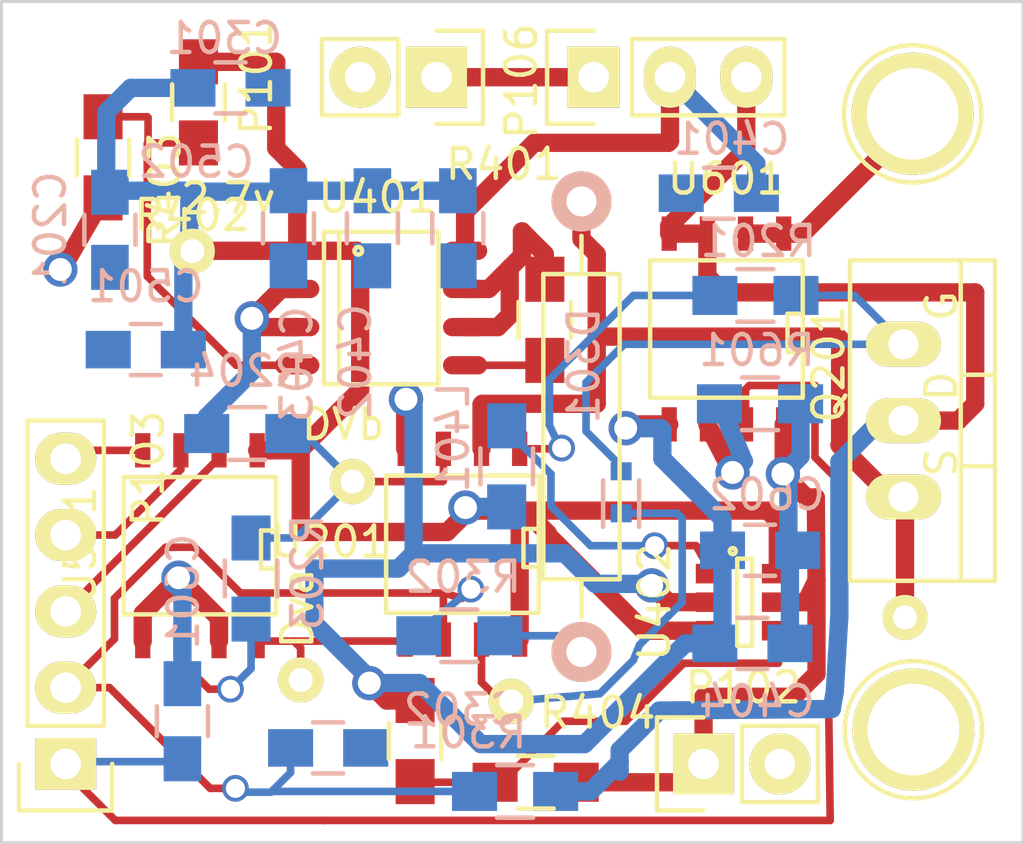
<source format=kicad_pcb>
(kicad_pcb (version 4) (host pcbnew "(2015-04-09 BZR 5589)-product")

  (general
    (links 85)
    (no_connects 15)
    (area 138.203133 92.168923 177.4348 123.5106)
    (thickness 1.6)
    (drawings 4)
    (tracks 303)
    (zones 0)
    (modules 42)
    (nets 26)
  )

  (page A4)
  (layers
    (0 F.Cu signal)
    (31 B.Cu signal hide)
    (32 B.Adhes user hide)
    (33 F.Adhes user)
    (34 B.Paste user hide)
    (35 F.Paste user)
    (36 B.SilkS user hide)
    (37 F.SilkS user hide)
    (38 B.Mask user hide)
    (39 F.Mask user hide)
    (40 Dwgs.User user)
    (41 Cmts.User user)
    (42 Eco1.User user)
    (43 Eco2.User user)
    (44 Edge.Cuts user)
    (45 Margin user)
    (46 B.CrtYd user hide)
    (47 F.CrtYd user hide)
    (48 B.Fab user)
    (49 F.Fab user)
  )

  (setup
    (last_trace_width 0.254)
    (trace_clearance 0.254)
    (zone_clearance 0.508)
    (zone_45_only no)
    (trace_min 0.2)
    (segment_width 0.2)
    (edge_width 0.1)
    (via_size 0.889)
    (via_drill 0.635)
    (via_min_size 0.4)
    (via_min_drill 0.3)
    (uvia_size 0.508)
    (uvia_drill 0.127)
    (uvias_allowed no)
    (uvia_min_size 0.2)
    (uvia_min_drill 0.1)
    (pcb_text_width 0.3)
    (pcb_text_size 1.5 1.5)
    (mod_edge_width 0.15)
    (mod_text_size 1 1)
    (mod_text_width 0.15)
    (pad_size 1.5 1.5)
    (pad_drill 0.6)
    (pad_to_mask_clearance 0)
    (aux_axis_origin 0 0)
    (visible_elements FFFE5F1F)
    (pcbplotparams
      (layerselection 0x00030_80000001)
      (usegerberextensions false)
      (excludeedgelayer true)
      (linewidth 0.100000)
      (plotframeref false)
      (viasonmask false)
      (mode 1)
      (useauxorigin false)
      (hpglpennumber 1)
      (hpglpenspeed 20)
      (hpglpendiameter 15)
      (hpglpenoverlay 2)
      (psnegative false)
      (psa4output false)
      (plotreference true)
      (plotvalue true)
      (plotinvisibletext false)
      (padsonsilk false)
      (subtractmaskfromsilk false)
      (outputformat 1)
      (mirror false)
      (drillshape 1)
      (scaleselection 1)
      (outputdirectory ""))
  )

  (net 0 "")
  (net 1 2.7V)
  (net 2 GND)
  (net 3 "/Voltage Control/VoltageRead")
  (net 4 "/Power Regulation/Vin")
  (net 5 3.3V)
  (net 6 "/Current Read/Current_Read")
  (net 7 "/Current Control/FET_Gate")
  (net 8 "Net-(D301-Pad2)")
  (net 9 "Net-(L401-Pad2)")
  (net 10 "Net-(P101-Pad1)")
  (net 11 "/Micro Control/~CS")
  (net 12 "/Micro Control/SCK")
  (net 13 "/Micro Control/SDI")
  (net 14 "/Current Read/CurrentSink_In")
  (net 15 "/Current Read/CurrentSink_Out")
  (net 16 "Net-(P201-Pad1)")
  (net 17 "Net-(P202-Pad1)")
  (net 18 "/Voltage Control/DAC_Va")
  (net 19 "Net-(R201-Pad2)")
  (net 20 "/Current Control/Current_Sink-")
  (net 21 "/Current Control/DAC_Vb")
  (net 22 "Net-(R401-Pad1)")
  (net 23 "Net-(R402-Pad2)")
  (net 24 "Net-(R404-Pad2)")
  (net 25 "Net-(R601-Pad2)")

  (net_class Default "This is the default net class."
    (clearance 0.254)
    (trace_width 0.254)
    (via_dia 0.889)
    (via_drill 0.635)
    (uvia_dia 0.508)
    (uvia_drill 0.127)
    (add_net "/Current Control/Current_Sink-")
    (add_net "/Current Control/DAC_Vb")
    (add_net "/Current Control/FET_Gate")
    (add_net "/Current Read/Current_Read")
    (add_net "/Micro Control/SCK")
    (add_net "/Micro Control/SDI")
    (add_net "/Micro Control/~CS")
    (add_net "/Voltage Control/DAC_Va")
    (add_net "/Voltage Control/VoltageRead")
    (add_net "Net-(D301-Pad2)")
    (add_net "Net-(L401-Pad2)")
    (add_net "Net-(P201-Pad1)")
    (add_net "Net-(R201-Pad2)")
    (add_net "Net-(R401-Pad1)")
    (add_net "Net-(R402-Pad2)")
    (add_net "Net-(R404-Pad2)")
  )

  (net_class Power ""
    (clearance 0.3048)
    (trace_width 0.6096)
    (via_dia 1.143)
    (via_drill 0.762)
    (uvia_dia 0.508)
    (uvia_drill 0.127)
    (add_net "/Current Read/CurrentSink_In")
    (add_net "/Current Read/CurrentSink_Out")
    (add_net "/Power Regulation/Vin")
    (add_net 2.7V)
    (add_net 3.3V)
    (add_net GND)
    (add_net "Net-(P101-Pad1)")
    (add_net "Net-(P202-Pad1)")
    (add_net "Net-(R601-Pad2)")
  )

  (module Capacitors_SMD:C_0805_HandSoldering (layer B.Cu) (tedit 552B84B4) (tstamp 5528E72D)
    (at 146.6088 101.6 270)
    (descr "Capacitor SMD 0805, hand soldering")
    (tags "capacitor 0805")
    (path /55212F37/5521A155)
    (attr smd)
    (fp_text reference C201 (at -0.0254 1.9812 450) (layer B.SilkS)
      (effects (font (size 1 1) (thickness 0.15)) (justify mirror))
    )
    (fp_text value C (at 0 -2.1 270) (layer B.Fab) hide
      (effects (font (size 1 1) (thickness 0.15)) (justify mirror))
    )
    (fp_line (start -2.3 1) (end 2.3 1) (layer B.CrtYd) (width 0.05))
    (fp_line (start -2.3 -1) (end 2.3 -1) (layer B.CrtYd) (width 0.05))
    (fp_line (start -2.3 1) (end -2.3 -1) (layer B.CrtYd) (width 0.05))
    (fp_line (start 2.3 1) (end 2.3 -1) (layer B.CrtYd) (width 0.05))
    (fp_line (start 0.5 0.85) (end -0.5 0.85) (layer B.SilkS) (width 0.15))
    (fp_line (start -0.5 -0.85) (end 0.5 -0.85) (layer B.SilkS) (width 0.15))
    (pad 1 smd rect (at -1.25 0 270) (size 1.5 1.25) (layers B.Cu B.Paste B.Mask)
      (net 1 2.7V))
    (pad 2 smd rect (at 1.25 0 270) (size 1.5 1.25) (layers B.Cu B.Paste B.Mask)
      (net 2 GND))
    (model Capacitors_SMD.3dshapes/C_0805_HandSoldering.wrl
      (at (xyz 0 0 0))
      (scale (xyz 1 1 1))
      (rotate (xyz 0 0 0))
    )
  )

  (module Capacitors_SMD:C_0805_HandSoldering (layer B.Cu) (tedit 552B84CF) (tstamp 5528E733)
    (at 150.622 96.8756)
    (descr "Capacitor SMD 0805, hand soldering")
    (tags "capacitor 0805")
    (path /5521306C/5521C99B)
    (attr smd)
    (fp_text reference C301 (at -0.2032 -1.651) (layer B.SilkS)
      (effects (font (size 1 1) (thickness 0.15)) (justify mirror))
    )
    (fp_text value C (at 0 -2.1) (layer B.Fab) hide
      (effects (font (size 1 1) (thickness 0.15)) (justify mirror))
    )
    (fp_line (start -2.3 1) (end 2.3 1) (layer B.CrtYd) (width 0.05))
    (fp_line (start -2.3 -1) (end 2.3 -1) (layer B.CrtYd) (width 0.05))
    (fp_line (start -2.3 1) (end -2.3 -1) (layer B.CrtYd) (width 0.05))
    (fp_line (start 2.3 1) (end 2.3 -1) (layer B.CrtYd) (width 0.05))
    (fp_line (start 0.5 0.85) (end -0.5 0.85) (layer B.SilkS) (width 0.15))
    (fp_line (start -0.5 -0.85) (end 0.5 -0.85) (layer B.SilkS) (width 0.15))
    (pad 1 smd rect (at -1.25 0) (size 1.5 1.25) (layers B.Cu B.Paste B.Mask)
      (net 1 2.7V))
    (pad 2 smd rect (at 1.25 0) (size 1.5 1.25) (layers B.Cu B.Paste B.Mask)
      (net 2 GND))
    (model Capacitors_SMD.3dshapes/C_0805_HandSoldering.wrl
      (at (xyz 0 0 0))
      (scale (xyz 1 1 1))
      (rotate (xyz 0 0 0))
    )
  )

  (module Capacitors_SMD:C_0805_HandSoldering (layer B.Cu) (tedit 552B83D0) (tstamp 5528E739)
    (at 153.8732 118.8466)
    (descr "Capacitor SMD 0805, hand soldering")
    (tags "capacitor 0805")
    (path /5521306C/55220BE7)
    (attr smd)
    (fp_text reference C302 (at 4.445 -1.27) (layer B.SilkS)
      (effects (font (size 1 1) (thickness 0.15)) (justify mirror))
    )
    (fp_text value 100nF (at 0 -2.1) (layer B.Fab) hide
      (effects (font (size 1 1) (thickness 0.15)) (justify mirror))
    )
    (fp_line (start -2.3 1) (end 2.3 1) (layer B.CrtYd) (width 0.05))
    (fp_line (start -2.3 -1) (end 2.3 -1) (layer B.CrtYd) (width 0.05))
    (fp_line (start -2.3 1) (end -2.3 -1) (layer B.CrtYd) (width 0.05))
    (fp_line (start 2.3 1) (end 2.3 -1) (layer B.CrtYd) (width 0.05))
    (fp_line (start 0.5 0.85) (end -0.5 0.85) (layer B.SilkS) (width 0.15))
    (fp_line (start -0.5 -0.85) (end 0.5 -0.85) (layer B.SilkS) (width 0.15))
    (pad 1 smd rect (at -1.25 0) (size 1.5 1.25) (layers B.Cu B.Paste B.Mask)
      (net 3 "/Voltage Control/VoltageRead"))
    (pad 2 smd rect (at 1.25 0) (size 1.5 1.25) (layers B.Cu B.Paste B.Mask)
      (net 2 GND))
    (model Capacitors_SMD.3dshapes/C_0805_HandSoldering.wrl
      (at (xyz 0 0 0))
      (scale (xyz 1 1 1))
      (rotate (xyz 0 0 0))
    )
  )

  (module Capacitors_SMD:C_0805_HandSoldering (layer B.Cu) (tedit 552B8481) (tstamp 5528E73F)
    (at 166.878 100.3808 180)
    (descr "Capacitor SMD 0805, hand soldering")
    (tags "capacitor 0805")
    (path /55216B3A/5521C44E)
    (attr smd)
    (fp_text reference C401 (at -0.4318 1.8034 180) (layer B.SilkS)
      (effects (font (size 1 1) (thickness 0.15)) (justify mirror))
    )
    (fp_text value 0.1uF (at 0 -2.1 180) (layer B.Fab) hide
      (effects (font (size 1 1) (thickness 0.15)) (justify mirror))
    )
    (fp_line (start -2.3 1) (end 2.3 1) (layer B.CrtYd) (width 0.05))
    (fp_line (start -2.3 -1) (end 2.3 -1) (layer B.CrtYd) (width 0.05))
    (fp_line (start -2.3 1) (end -2.3 -1) (layer B.CrtYd) (width 0.05))
    (fp_line (start 2.3 1) (end 2.3 -1) (layer B.CrtYd) (width 0.05))
    (fp_line (start 0.5 0.85) (end -0.5 0.85) (layer B.SilkS) (width 0.15))
    (fp_line (start -0.5 -0.85) (end 0.5 -0.85) (layer B.SilkS) (width 0.15))
    (pad 1 smd rect (at -1.25 0 180) (size 1.5 1.25) (layers B.Cu B.Paste B.Mask)
      (net 4 "/Power Regulation/Vin"))
    (pad 2 smd rect (at 1.25 0 180) (size 1.5 1.25) (layers B.Cu B.Paste B.Mask)
      (net 2 GND))
    (model Capacitors_SMD.3dshapes/C_0805_HandSoldering.wrl
      (at (xyz 0 0 0))
      (scale (xyz 1 1 1))
      (rotate (xyz 0 0 0))
    )
  )

  (module Capacitors_SMD:C_0805_HandSoldering (layer B.Cu) (tedit 552B848E) (tstamp 5528E745)
    (at 158.1912 101.5492 270)
    (descr "Capacitor SMD 0805, hand soldering")
    (tags "capacitor 0805")
    (path /55216B3A/55228B01)
    (attr smd)
    (fp_text reference C402 (at 4.445 3.4036 270) (layer B.SilkS)
      (effects (font (size 1 1) (thickness 0.15)) (justify mirror))
    )
    (fp_text value 4.7uF (at 0 -2.1 270) (layer B.Fab) hide
      (effects (font (size 1 1) (thickness 0.15)) (justify mirror))
    )
    (fp_line (start -2.3 1) (end 2.3 1) (layer B.CrtYd) (width 0.05))
    (fp_line (start -2.3 -1) (end 2.3 -1) (layer B.CrtYd) (width 0.05))
    (fp_line (start -2.3 1) (end -2.3 -1) (layer B.CrtYd) (width 0.05))
    (fp_line (start 2.3 1) (end 2.3 -1) (layer B.CrtYd) (width 0.05))
    (fp_line (start 0.5 0.85) (end -0.5 0.85) (layer B.SilkS) (width 0.15))
    (fp_line (start -0.5 -0.85) (end 0.5 -0.85) (layer B.SilkS) (width 0.15))
    (pad 1 smd rect (at -1.25 0 270) (size 1.5 1.25) (layers B.Cu B.Paste B.Mask)
      (net 1 2.7V))
    (pad 2 smd rect (at 1.25 0 270) (size 1.5 1.25) (layers B.Cu B.Paste B.Mask)
      (net 2 GND))
    (model Capacitors_SMD.3dshapes/C_0805_HandSoldering.wrl
      (at (xyz 0 0 0))
      (scale (xyz 1 1 1))
      (rotate (xyz 0 0 0))
    )
  )

  (module Capacitors_SMD:C_0805_HandSoldering (layer B.Cu) (tedit 552B849B) (tstamp 5528E74B)
    (at 155.3464 101.5492 270)
    (descr "Capacitor SMD 0805, hand soldering")
    (tags "capacitor 0805")
    (path /55216B3A/5521C455)
    (attr smd)
    (fp_text reference C403 (at 4.5212 2.5146 270) (layer B.SilkS)
      (effects (font (size 1 1) (thickness 0.15)) (justify mirror))
    )
    (fp_text value 100uF (at 0 -2.1 270) (layer B.Fab) hide
      (effects (font (size 1 1) (thickness 0.15)) (justify mirror))
    )
    (fp_line (start -2.3 1) (end 2.3 1) (layer B.CrtYd) (width 0.05))
    (fp_line (start -2.3 -1) (end 2.3 -1) (layer B.CrtYd) (width 0.05))
    (fp_line (start -2.3 1) (end -2.3 -1) (layer B.CrtYd) (width 0.05))
    (fp_line (start 2.3 1) (end 2.3 -1) (layer B.CrtYd) (width 0.05))
    (fp_line (start 0.5 0.85) (end -0.5 0.85) (layer B.SilkS) (width 0.15))
    (fp_line (start -0.5 -0.85) (end 0.5 -0.85) (layer B.SilkS) (width 0.15))
    (pad 1 smd rect (at -1.25 0 270) (size 1.5 1.25) (layers B.Cu B.Paste B.Mask)
      (net 1 2.7V))
    (pad 2 smd rect (at 1.25 0 270) (size 1.5 1.25) (layers B.Cu B.Paste B.Mask)
      (net 2 GND))
    (model Capacitors_SMD.3dshapes/C_0805_HandSoldering.wrl
      (at (xyz 0 0 0))
      (scale (xyz 1 1 1))
      (rotate (xyz 0 0 0))
    )
  )

  (module Capacitors_SMD:C_0805_HandSoldering (layer B.Cu) (tedit 552B8447) (tstamp 5528E751)
    (at 168.2496 112.268 180)
    (descr "Capacitor SMD 0805, hand soldering")
    (tags "capacitor 0805")
    (path /55216B3A/5522902B)
    (attr smd)
    (fp_text reference C404 (at 0.1016 -5.0292 180) (layer B.SilkS)
      (effects (font (size 1 1) (thickness 0.15)) (justify mirror))
    )
    (fp_text value 10uF (at 0 -2.1 180) (layer B.Fab) hide
      (effects (font (size 1 1) (thickness 0.15)) (justify mirror))
    )
    (fp_line (start -2.3 1) (end 2.3 1) (layer B.CrtYd) (width 0.05))
    (fp_line (start -2.3 -1) (end 2.3 -1) (layer B.CrtYd) (width 0.05))
    (fp_line (start -2.3 1) (end -2.3 -1) (layer B.CrtYd) (width 0.05))
    (fp_line (start 2.3 1) (end 2.3 -1) (layer B.CrtYd) (width 0.05))
    (fp_line (start 0.5 0.85) (end -0.5 0.85) (layer B.SilkS) (width 0.15))
    (fp_line (start -0.5 -0.85) (end 0.5 -0.85) (layer B.SilkS) (width 0.15))
    (pad 1 smd rect (at -1.25 0 180) (size 1.5 1.25) (layers B.Cu B.Paste B.Mask)
      (net 5 3.3V))
    (pad 2 smd rect (at 1.25 0 180) (size 1.5 1.25) (layers B.Cu B.Paste B.Mask)
      (net 2 GND))
    (model Capacitors_SMD.3dshapes/C_0805_HandSoldering.wrl
      (at (xyz 0 0 0))
      (scale (xyz 1 1 1))
      (rotate (xyz 0 0 0))
    )
  )

  (module Capacitors_SMD:C_0805_HandSoldering (layer B.Cu) (tedit 5529BFEB) (tstamp 5528E757)
    (at 147.8026 105.5878 180)
    (descr "Capacitor SMD 0805, hand soldering")
    (tags "capacitor 0805")
    (path /55216D65/5522A421)
    (attr smd)
    (fp_text reference C501 (at 0 2.1 180) (layer B.SilkS)
      (effects (font (size 1 1) (thickness 0.15)) (justify mirror))
    )
    (fp_text value 0.1uF (at 0 -2.1 180) (layer B.Fab) hide
      (effects (font (size 1 1) (thickness 0.15)) (justify mirror))
    )
    (fp_line (start -2.3 1) (end 2.3 1) (layer B.CrtYd) (width 0.05))
    (fp_line (start -2.3 -1) (end 2.3 -1) (layer B.CrtYd) (width 0.05))
    (fp_line (start -2.3 1) (end -2.3 -1) (layer B.CrtYd) (width 0.05))
    (fp_line (start 2.3 1) (end 2.3 -1) (layer B.CrtYd) (width 0.05))
    (fp_line (start 0.5 0.85) (end -0.5 0.85) (layer B.SilkS) (width 0.15))
    (fp_line (start -0.5 -0.85) (end 0.5 -0.85) (layer B.SilkS) (width 0.15))
    (pad 1 smd rect (at -1.25 0 180) (size 1.5 1.25) (layers B.Cu B.Paste B.Mask)
      (net 1 2.7V))
    (pad 2 smd rect (at 1.25 0 180) (size 1.5 1.25) (layers B.Cu B.Paste B.Mask)
      (net 2 GND))
    (model Capacitors_SMD.3dshapes/C_0805_HandSoldering.wrl
      (at (xyz 0 0 0))
      (scale (xyz 1 1 1))
      (rotate (xyz 0 0 0))
    )
  )

  (module Capacitors_SMD:C_0805_HandSoldering (layer B.Cu) (tedit 552B84D3) (tstamp 5528E75D)
    (at 152.5524 101.5492 270)
    (descr "Capacitor SMD 0805, hand soldering")
    (tags "capacitor 0805")
    (path /55216D65/55219CD9)
    (attr smd)
    (fp_text reference C502 (at -2.2098 3.0734 540) (layer B.SilkS)
      (effects (font (size 1 1) (thickness 0.15)) (justify mirror))
    )
    (fp_text value 10uF (at 0 -2.1 270) (layer B.Fab) hide
      (effects (font (size 1 1) (thickness 0.15)) (justify mirror))
    )
    (fp_line (start -2.3 1) (end 2.3 1) (layer B.CrtYd) (width 0.05))
    (fp_line (start -2.3 -1) (end 2.3 -1) (layer B.CrtYd) (width 0.05))
    (fp_line (start -2.3 1) (end -2.3 -1) (layer B.CrtYd) (width 0.05))
    (fp_line (start 2.3 1) (end 2.3 -1) (layer B.CrtYd) (width 0.05))
    (fp_line (start 0.5 0.85) (end -0.5 0.85) (layer B.SilkS) (width 0.15))
    (fp_line (start -0.5 -0.85) (end 0.5 -0.85) (layer B.SilkS) (width 0.15))
    (pad 1 smd rect (at -1.25 0 270) (size 1.5 1.25) (layers B.Cu B.Paste B.Mask)
      (net 1 2.7V))
    (pad 2 smd rect (at 1.25 0 270) (size 1.5 1.25) (layers B.Cu B.Paste B.Mask)
      (net 2 GND))
    (model Capacitors_SMD.3dshapes/C_0805_HandSoldering.wrl
      (at (xyz 0 0 0))
      (scale (xyz 1 1 1))
      (rotate (xyz 0 0 0))
    )
  )

  (module Capacitors_SMD:C_0805_HandSoldering (layer B.Cu) (tedit 552B83CA) (tstamp 5528E763)
    (at 149.0218 117.9576 90)
    (descr "Capacitor SMD 0805, hand soldering")
    (tags "capacitor 0805")
    (path /5522512A/55225E4D)
    (attr smd)
    (fp_text reference C601 (at 4.318 0.0254 90) (layer B.SilkS)
      (effects (font (size 1 1) (thickness 0.15)) (justify mirror))
    )
    (fp_text value 100nf (at 0 -2.1 90) (layer B.Fab) hide
      (effects (font (size 1 1) (thickness 0.15)) (justify mirror))
    )
    (fp_line (start -2.3 1) (end 2.3 1) (layer B.CrtYd) (width 0.05))
    (fp_line (start -2.3 -1) (end 2.3 -1) (layer B.CrtYd) (width 0.05))
    (fp_line (start -2.3 1) (end -2.3 -1) (layer B.CrtYd) (width 0.05))
    (fp_line (start 2.3 1) (end 2.3 -1) (layer B.CrtYd) (width 0.05))
    (fp_line (start 0.5 0.85) (end -0.5 0.85) (layer B.SilkS) (width 0.15))
    (fp_line (start -0.5 -0.85) (end 0.5 -0.85) (layer B.SilkS) (width 0.15))
    (pad 1 smd rect (at -1.25 0 90) (size 1.5 1.25) (layers B.Cu B.Paste B.Mask)
      (net 6 "/Current Read/Current_Read"))
    (pad 2 smd rect (at 1.25 0 90) (size 1.5 1.25) (layers B.Cu B.Paste B.Mask)
      (net 2 GND))
    (model Capacitors_SMD.3dshapes/C_0805_HandSoldering.wrl
      (at (xyz 0 0 0))
      (scale (xyz 1 1 1))
      (rotate (xyz 0 0 0))
    )
  )

  (module Capacitors_SMD:C_0805_HandSoldering (layer B.Cu) (tedit 552B8452) (tstamp 5528E769)
    (at 167.9956 115.3668 180)
    (descr "Capacitor SMD 0805, hand soldering")
    (tags "capacitor 0805")
    (path /5522512A/55225FBA)
    (attr smd)
    (fp_text reference C602 (at -0.4826 4.953 180) (layer B.SilkS)
      (effects (font (size 1 1) (thickness 0.15)) (justify mirror))
    )
    (fp_text value 100nf (at 0 -2.1 180) (layer B.Fab) hide
      (effects (font (size 1 1) (thickness 0.15)) (justify mirror))
    )
    (fp_line (start -2.3 1) (end 2.3 1) (layer B.CrtYd) (width 0.05))
    (fp_line (start -2.3 -1) (end 2.3 -1) (layer B.CrtYd) (width 0.05))
    (fp_line (start -2.3 1) (end -2.3 -1) (layer B.CrtYd) (width 0.05))
    (fp_line (start 2.3 1) (end 2.3 -1) (layer B.CrtYd) (width 0.05))
    (fp_line (start 0.5 0.85) (end -0.5 0.85) (layer B.SilkS) (width 0.15))
    (fp_line (start -0.5 -0.85) (end 0.5 -0.85) (layer B.SilkS) (width 0.15))
    (pad 1 smd rect (at -1.25 0 180) (size 1.5 1.25) (layers B.Cu B.Paste B.Mask)
      (net 5 3.3V))
    (pad 2 smd rect (at 1.25 0 180) (size 1.5 1.25) (layers B.Cu B.Paste B.Mask)
      (net 2 GND))
    (model Capacitors_SMD.3dshapes/C_0805_HandSoldering.wrl
      (at (xyz 0 0 0))
      (scale (xyz 1 1 1))
      (rotate (xyz 0 0 0))
    )
  )

  (module SMD_Packages:SOD-523 (layer B.Cu) (tedit 552B8470) (tstamp 5528E76F)
    (at 163.6268 110.3376 270)
    (descr "http://www.diodes.com/datasheets/ap02001.pdf p.144")
    (tags "Diode SOD523")
    (path /5521306C/5521CA2B)
    (fp_text reference D301 (at -4.2164 1.2446 270) (layer B.SilkS)
      (effects (font (size 1 1) (thickness 0.15)) (justify mirror))
    )
    (fp_text value IN4148 (at 0 -1.7 270) (layer B.Fab) hide
      (effects (font (size 1 1) (thickness 0.15)) (justify mirror))
    )
    (fp_line (start -0.4 -0.6) (end 1.15 -0.6) (layer B.SilkS) (width 0.15))
    (fp_line (start -0.4 0.6) (end 1.15 0.6) (layer B.SilkS) (width 0.15))
    (pad 1 smd rect (at -0.7 0 270) (size 0.6 0.7) (layers B.Cu B.Paste B.Mask)
      (net 7 "/Current Control/FET_Gate"))
    (pad 2 smd rect (at 0.7 0 270) (size 0.6 0.7) (layers B.Cu B.Paste B.Mask)
      (net 8 "Net-(D301-Pad2)"))
  )

  (module Resistors_SMD:R_0805_HandSoldering (layer B.Cu) (tedit 552B8466) (tstamp 5528E775)
    (at 159.8168 109.474 90)
    (descr "Resistor SMD 0805, hand soldering")
    (tags "resistor 0805")
    (path /55216B3A/55228894)
    (attr smd)
    (fp_text reference L401 (at 0.9652 -1.778 90) (layer B.SilkS)
      (effects (font (size 1 1) (thickness 0.15)) (justify mirror))
    )
    (fp_text value 4.7uH (at 0 -2.1 90) (layer B.Fab) hide
      (effects (font (size 1 1) (thickness 0.15)) (justify mirror))
    )
    (fp_line (start -2.4 1) (end 2.4 1) (layer B.CrtYd) (width 0.05))
    (fp_line (start -2.4 -1) (end 2.4 -1) (layer B.CrtYd) (width 0.05))
    (fp_line (start -2.4 1) (end -2.4 -1) (layer B.CrtYd) (width 0.05))
    (fp_line (start 2.4 1) (end 2.4 -1) (layer B.CrtYd) (width 0.05))
    (fp_line (start 0.6 -0.875) (end -0.6 -0.875) (layer B.SilkS) (width 0.15))
    (fp_line (start -0.6 0.875) (end 0.6 0.875) (layer B.SilkS) (width 0.15))
    (pad 1 smd rect (at -1.35 0 90) (size 1.5 1.3) (layers B.Cu B.Paste B.Mask)
      (net 1 2.7V))
    (pad 2 smd rect (at 1.35 0 90) (size 1.5 1.3) (layers B.Cu B.Paste B.Mask)
      (net 9 "Net-(L401-Pad2)"))
    (model Resistors_SMD.3dshapes/R_0805_HandSoldering.wrl
      (at (xyz 0 0 0))
      (scale (xyz 1 1 1))
      (rotate (xyz 0 0 0))
    )
  )

  (module Pin_Headers:Pin_Header_Straight_1x02 (layer F.Cu) (tedit 5529C035) (tstamp 5528E77B)
    (at 157.48 96.52 270)
    (descr "Through hole pin header")
    (tags "pin header")
    (path /5521ED8A)
    (fp_text reference P101 (at 0 6 270) (layer F.SilkS)
      (effects (font (size 1 1) (thickness 0.15)))
    )
    (fp_text value ExtBatt_Power (at -3 1 360) (layer F.Fab) hide
      (effects (font (size 1 1) (thickness 0.15)))
    )
    (fp_line (start 1.27 1.27) (end 1.27 3.81) (layer F.SilkS) (width 0.15))
    (fp_line (start 1.55 -1.55) (end 1.55 0) (layer F.SilkS) (width 0.15))
    (fp_line (start -1.75 -1.75) (end -1.75 4.3) (layer F.CrtYd) (width 0.05))
    (fp_line (start 1.75 -1.75) (end 1.75 4.3) (layer F.CrtYd) (width 0.05))
    (fp_line (start -1.75 -1.75) (end 1.75 -1.75) (layer F.CrtYd) (width 0.05))
    (fp_line (start -1.75 4.3) (end 1.75 4.3) (layer F.CrtYd) (width 0.05))
    (fp_line (start 1.27 1.27) (end -1.27 1.27) (layer F.SilkS) (width 0.15))
    (fp_line (start -1.55 0) (end -1.55 -1.55) (layer F.SilkS) (width 0.15))
    (fp_line (start -1.55 -1.55) (end 1.55 -1.55) (layer F.SilkS) (width 0.15))
    (fp_line (start -1.27 1.27) (end -1.27 3.81) (layer F.SilkS) (width 0.15))
    (fp_line (start -1.27 3.81) (end 1.27 3.81) (layer F.SilkS) (width 0.15))
    (pad 1 thru_hole rect (at 0 0 270) (size 2.032 2.032) (drill 1.016) (layers *.Cu *.Mask F.SilkS)
      (net 10 "Net-(P101-Pad1)"))
    (pad 2 thru_hole oval (at 0 2.54 270) (size 2.032 2.032) (drill 1.016) (layers *.Cu *.Mask F.SilkS)
      (net 2 GND))
    (model Pin_Headers.3dshapes/Pin_Header_Straight_1x02.wrl
      (at (xyz 0 -0.05 0))
      (scale (xyz 1 1 1))
      (rotate (xyz 0 0 90))
    )
  )

  (module Pin_Headers:Pin_Header_Straight_1x02 (layer F.Cu) (tedit 552B870C) (tstamp 5528E781)
    (at 166.37 119.38 90)
    (descr "Through hole pin header")
    (tags "pin header")
    (path /55229A93)
    (fp_text reference P102 (at 2.54 1.3208 180) (layer F.SilkS)
      (effects (font (size 1 1) (thickness 0.15)))
    )
    (fp_text value uPower (at 3 2 180) (layer F.Fab) hide
      (effects (font (size 1 1) (thickness 0.15)))
    )
    (fp_line (start 1.27 1.27) (end 1.27 3.81) (layer F.SilkS) (width 0.15))
    (fp_line (start 1.55 -1.55) (end 1.55 0) (layer F.SilkS) (width 0.15))
    (fp_line (start -1.75 -1.75) (end -1.75 4.3) (layer F.CrtYd) (width 0.05))
    (fp_line (start 1.75 -1.75) (end 1.75 4.3) (layer F.CrtYd) (width 0.05))
    (fp_line (start -1.75 -1.75) (end 1.75 -1.75) (layer F.CrtYd) (width 0.05))
    (fp_line (start -1.75 4.3) (end 1.75 4.3) (layer F.CrtYd) (width 0.05))
    (fp_line (start 1.27 1.27) (end -1.27 1.27) (layer F.SilkS) (width 0.15))
    (fp_line (start -1.55 0) (end -1.55 -1.55) (layer F.SilkS) (width 0.15))
    (fp_line (start -1.55 -1.55) (end 1.55 -1.55) (layer F.SilkS) (width 0.15))
    (fp_line (start -1.27 1.27) (end -1.27 3.81) (layer F.SilkS) (width 0.15))
    (fp_line (start -1.27 3.81) (end 1.27 3.81) (layer F.SilkS) (width 0.15))
    (pad 1 thru_hole rect (at 0 0 90) (size 2.032 2.032) (drill 1.016) (layers *.Cu *.Mask F.SilkS)
      (net 5 3.3V))
    (pad 2 thru_hole oval (at 0 2.54 90) (size 2.032 2.032) (drill 1.016) (layers *.Cu *.Mask F.SilkS)
      (net 2 GND))
    (model Pin_Headers.3dshapes/Pin_Header_Straight_1x02.wrl
      (at (xyz 0 -0.05 0))
      (scale (xyz 1 1 1))
      (rotate (xyz 0 0 90))
    )
  )

  (module Pin_Headers:Pin_Header_Straight_1x05 (layer F.Cu) (tedit 552B86A1) (tstamp 5528E78A)
    (at 145.1356 119.38 180)
    (descr "Through hole pin header")
    (tags "pin header")
    (path /5521534C)
    (fp_text reference P103 (at -2.7432 9.8298 450) (layer F.SilkS)
      (effects (font (size 1 1) (thickness 0.15)))
    )
    (fp_text value uSignals (at 3 8 270) (layer F.Fab) hide
      (effects (font (size 1 1) (thickness 0.15)))
    )
    (fp_line (start -1.55 0) (end -1.55 -1.55) (layer F.SilkS) (width 0.15))
    (fp_line (start -1.55 -1.55) (end 1.55 -1.55) (layer F.SilkS) (width 0.15))
    (fp_line (start 1.55 -1.55) (end 1.55 0) (layer F.SilkS) (width 0.15))
    (fp_line (start -1.75 -1.75) (end -1.75 11.95) (layer F.CrtYd) (width 0.05))
    (fp_line (start 1.75 -1.75) (end 1.75 11.95) (layer F.CrtYd) (width 0.05))
    (fp_line (start -1.75 -1.75) (end 1.75 -1.75) (layer F.CrtYd) (width 0.05))
    (fp_line (start -1.75 11.95) (end 1.75 11.95) (layer F.CrtYd) (width 0.05))
    (fp_line (start 1.27 1.27) (end 1.27 11.43) (layer F.SilkS) (width 0.15))
    (fp_line (start 1.27 11.43) (end -1.27 11.43) (layer F.SilkS) (width 0.15))
    (fp_line (start -1.27 11.43) (end -1.27 1.27) (layer F.SilkS) (width 0.15))
    (fp_line (start 1.27 1.27) (end -1.27 1.27) (layer F.SilkS) (width 0.15))
    (pad 1 thru_hole rect (at 0 0 180) (size 2.032 1.7272) (drill 1.016) (layers *.Cu *.Mask F.SilkS)
      (net 6 "/Current Read/Current_Read"))
    (pad 2 thru_hole oval (at 0 2.54 180) (size 2.032 1.7272) (drill 1.016) (layers *.Cu *.Mask F.SilkS)
      (net 3 "/Voltage Control/VoltageRead"))
    (pad 3 thru_hole oval (at 0 5.08 180) (size 2.032 1.7272) (drill 1.016) (layers *.Cu *.Mask F.SilkS)
      (net 11 "/Micro Control/~CS"))
    (pad 4 thru_hole oval (at 0 7.62 180) (size 2.032 1.7272) (drill 1.016) (layers *.Cu *.Mask F.SilkS)
      (net 12 "/Micro Control/SCK"))
    (pad 5 thru_hole oval (at 0 10.16 180) (size 2.032 1.7272) (drill 1.016) (layers *.Cu *.Mask F.SilkS)
      (net 13 "/Micro Control/SDI"))
    (model Pin_Headers.3dshapes/Pin_Header_Straight_1x05.wrl
      (at (xyz 0 -0.2 0))
      (scale (xyz 1 1 1))
      (rotate (xyz 0 0 90))
    )
  )

  (module Pin_Headers:Pin_Header_Straight_1x03 (layer F.Cu) (tedit 552B87D0) (tstamp 5528E79B)
    (at 162.7124 96.52 90)
    (descr "Through hole pin header")
    (tags "pin header")
    (path /5528D1C9)
    (fp_text reference P106 (at -0.127 -2.413 90) (layer F.SilkS)
      (effects (font (size 1 1) (thickness 0.15)))
    )
    (fp_text value PowerSwitch (at 3 2 180) (layer F.Fab) hide
      (effects (font (size 1 1) (thickness 0.15)))
    )
    (fp_line (start -1.75 -1.75) (end -1.75 6.85) (layer F.CrtYd) (width 0.05))
    (fp_line (start 1.75 -1.75) (end 1.75 6.85) (layer F.CrtYd) (width 0.05))
    (fp_line (start -1.75 -1.75) (end 1.75 -1.75) (layer F.CrtYd) (width 0.05))
    (fp_line (start -1.75 6.85) (end 1.75 6.85) (layer F.CrtYd) (width 0.05))
    (fp_line (start -1.27 1.27) (end -1.27 6.35) (layer F.SilkS) (width 0.15))
    (fp_line (start -1.27 6.35) (end 1.27 6.35) (layer F.SilkS) (width 0.15))
    (fp_line (start 1.27 6.35) (end 1.27 1.27) (layer F.SilkS) (width 0.15))
    (fp_line (start 1.55 -1.55) (end 1.55 0) (layer F.SilkS) (width 0.15))
    (fp_line (start 1.27 1.27) (end -1.27 1.27) (layer F.SilkS) (width 0.15))
    (fp_line (start -1.55 0) (end -1.55 -1.55) (layer F.SilkS) (width 0.15))
    (fp_line (start -1.55 -1.55) (end 1.55 -1.55) (layer F.SilkS) (width 0.15))
    (pad 1 thru_hole rect (at 0 0 90) (size 2.032 1.7272) (drill 1.016) (layers *.Cu *.Mask F.SilkS)
      (net 10 "Net-(P101-Pad1)"))
    (pad 2 thru_hole oval (at 0 2.54 90) (size 2.032 1.7272) (drill 1.016) (layers *.Cu *.Mask F.SilkS)
      (net 4 "/Power Regulation/Vin"))
    (pad 3 thru_hole oval (at 0 5.08 90) (size 2.032 1.7272) (drill 1.016) (layers *.Cu *.Mask F.SilkS)
      (net 15 "/Current Read/CurrentSink_Out"))
    (model Pin_Headers.3dshapes/Pin_Header_Straight_1x03.wrl
      (at (xyz 0 -0.1 0))
      (scale (xyz 1 1 1))
      (rotate (xyz 0 0 90))
    )
  )

  (module Measurement_Points:Measurement_Point_Round-TH_Small (layer F.Cu) (tedit 552B8631) (tstamp 5528E7A0)
    (at 154.686 109.982)
    (descr "Mesurement Point, Square, Trough Hole,  DM 1.5mm, Drill 0.8mm,")
    (tags "Mesurement Point, Square, Trough Hole, DM 1.5mm, Drill 0.8mm,")
    (path /55212F37/5528EEEC)
    (fp_text reference DVb (at -0.3048 -1.905) (layer F.SilkS)
      (effects (font (size 1 1) (thickness 0.15)))
    )
    (fp_text value TST (at 0 2.54) (layer F.Fab) hide
      (effects (font (size 1 1) (thickness 0.15)))
    )
    (pad 1 thru_hole circle (at 0 0) (size 1.50114 1.50114) (drill 0.8001) (layers *.Cu *.Mask F.SilkS)
      (net 16 "Net-(P201-Pad1)"))
  )

  (module Measurement_Points:Measurement_Point_Round-TH_Small (layer F.Cu) (tedit 552B8742) (tstamp 5528E7A5)
    (at 173.0756 114.5032)
    (descr "Mesurement Point, Square, Trough Hole,  DM 1.5mm, Drill 0.8mm,")
    (tags "Mesurement Point, Square, Trough Hole, DM 1.5mm, Drill 0.8mm,")
    (path /55212F37/5528F2F1)
    (fp_text reference P202 (at 0 -2.54) (layer F.SilkS) hide
      (effects (font (size 1 1) (thickness 0.15)))
    )
    (fp_text value TST (at 0 2.54) (layer F.Fab) hide
      (effects (font (size 1 1) (thickness 0.15)))
    )
    (pad 1 thru_hole circle (at 0 0) (size 1.50114 1.50114) (drill 0.8001) (layers *.Cu *.Mask F.SilkS)
      (net 17 "Net-(P202-Pad1)"))
  )

  (module Measurement_Points:Measurement_Point_Round-TH_Small (layer F.Cu) (tedit 552B887B) (tstamp 5528E7AA)
    (at 152.9588 116.586)
    (descr "Mesurement Point, Square, Trough Hole,  DM 1.5mm, Drill 0.8mm,")
    (tags "Mesurement Point, Square, Trough Hole, DM 1.5mm, Drill 0.8mm,")
    (path /5521306C/5528F0BE)
    (fp_text reference Dva (at -0.1016 -2.3876 90) (layer F.SilkS)
      (effects (font (size 1 1) (thickness 0.15)))
    )
    (fp_text value TST (at 0 2.54) (layer F.Fab) hide
      (effects (font (size 1 1) (thickness 0.15)))
    )
    (pad 1 thru_hole circle (at 0 0) (size 1.50114 1.50114) (drill 0.8001) (layers *.Cu *.Mask F.SilkS)
      (net 18 "/Voltage Control/DAC_Va"))
  )

  (module Measurement_Points:Measurement_Point_Round-TH_Small (layer F.Cu) (tedit 552B86FC) (tstamp 5528E7AF)
    (at 159.9692 117.2972)
    (descr "Mesurement Point, Square, Trough Hole,  DM 1.5mm, Drill 0.8mm,")
    (tags "Mesurement Point, Square, Trough Hole, DM 1.5mm, Drill 0.8mm,")
    (path /5521306C/5528F58F)
    (fp_text reference P302 (at 0 -2.54) (layer F.SilkS) hide
      (effects (font (size 1 1) (thickness 0.15)))
    )
    (fp_text value TST (at 0 2.54) (layer F.Fab) hide
      (effects (font (size 1 1) (thickness 0.15)))
    )
    (pad 1 thru_hole circle (at 0 0) (size 1.50114 1.50114) (drill 0.8001) (layers *.Cu *.Mask F.SilkS)
      (net 8 "Net-(D301-Pad2)"))
  )

  (module Measurement_Points:Measurement_Point_Round-TH_Small (layer F.Cu) (tedit 552B85C7) (tstamp 5528E7B4)
    (at 149.352 102.3112)
    (descr "Mesurement Point, Square, Trough Hole,  DM 1.5mm, Drill 0.8mm,")
    (tags "Mesurement Point, Square, Trough Hole, DM 1.5mm, Drill 0.8mm,")
    (path /55216B3A/5528ED00)
    (fp_text reference 2.7v (at 1.1938 -1.7526) (layer F.SilkS)
      (effects (font (size 1 1) (thickness 0.15)))
    )
    (fp_text value TST (at 0 2.54) (layer F.Fab) hide
      (effects (font (size 1 1) (thickness 0.15)))
    )
    (pad 1 thru_hole circle (at 0 0) (size 1.50114 1.50114) (drill 0.8001) (layers *.Cu *.Mask F.SilkS)
      (net 1 2.7V))
  )

  (module Transistors_TO-220:TO-220_FET-GDS_Vertical (layer F.Cu) (tedit 552B8751) (tstamp 5528E7BB)
    (at 173.0248 107.95 270)
    (descr "TO-220, FET-GDS, Vertical,")
    (tags "TO-220, FET-GDS, Vertical,")
    (path /55212F37/5521A141)
    (fp_text reference Q201 (at -1.8796 2.4892 270) (layer F.SilkS)
      (effects (font (size 1 1) (thickness 0.15)))
    )
    (fp_text value BUK9575 (at 0 3.81 270) (layer F.Fab) hide
      (effects (font (size 1 1) (thickness 0.15)))
    )
    (fp_text user S (at 1.397 -1.27 270) (layer F.SilkS)
      (effects (font (size 1 1) (thickness 0.15)))
    )
    (fp_text user D (at -1.143 -1.27 270) (layer F.SilkS)
      (effects (font (size 1 1) (thickness 0.15)))
    )
    (fp_text user G (at -3.81 -1.27 270) (layer F.SilkS)
      (effects (font (size 1 1) (thickness 0.15)))
    )
    (fp_line (start -1.524 -3.048) (end -1.524 -1.905) (layer F.SilkS) (width 0.15))
    (fp_line (start 1.524 -3.048) (end 1.524 -1.905) (layer F.SilkS) (width 0.15))
    (fp_line (start 5.334 -1.905) (end 5.334 1.778) (layer F.SilkS) (width 0.15))
    (fp_line (start 5.334 1.778) (end -5.334 1.778) (layer F.SilkS) (width 0.15))
    (fp_line (start -5.334 1.778) (end -5.334 -1.905) (layer F.SilkS) (width 0.15))
    (fp_line (start 5.334 -3.048) (end 5.334 -1.905) (layer F.SilkS) (width 0.15))
    (fp_line (start 5.334 -1.905) (end -5.334 -1.905) (layer F.SilkS) (width 0.15))
    (fp_line (start -5.334 -1.905) (end -5.334 -3.048) (layer F.SilkS) (width 0.15))
    (fp_line (start 0 -3.048) (end -5.334 -3.048) (layer F.SilkS) (width 0.15))
    (fp_line (start 0 -3.048) (end 5.334 -3.048) (layer F.SilkS) (width 0.15))
    (pad D thru_hole oval (at 0 0) (size 2.49936 1.50114) (drill 1.00076) (layers *.Cu *.Mask F.SilkS)
      (net 15 "/Current Read/CurrentSink_Out"))
    (pad G thru_hole oval (at -2.54 0) (size 2.49936 1.50114) (drill 1.00076) (layers *.Cu *.Mask F.SilkS)
      (net 7 "/Current Control/FET_Gate"))
    (pad S thru_hole oval (at 2.54 0) (size 2.49936 1.50114) (drill 1.00076) (layers *.Cu *.Mask F.SilkS)
      (net 17 "Net-(P202-Pad1)"))
    (model Transistors_TO-220.3dshapes/TO-220_FET-GDS_Vertical.wrl
      (at (xyz 0 0 0))
      (scale (xyz 0.3937 0.3937 0.3937))
      (rotate (xyz 0 0 0))
    )
  )

  (module Resistors_SMD:R_0805_HandSoldering (layer B.Cu) (tedit 552B847B) (tstamp 5528E7C1)
    (at 168.0972 103.7844 180)
    (descr "Resistor SMD 0805, hand soldering")
    (tags "resistor 0805")
    (path /55212F37/5521A148)
    (attr smd)
    (fp_text reference R201 (at -0.1016 1.8034 180) (layer B.SilkS)
      (effects (font (size 1 1) (thickness 0.15)) (justify mirror))
    )
    (fp_text value R (at 0 -2.1 180) (layer B.Fab) hide
      (effects (font (size 1 1) (thickness 0.15)) (justify mirror))
    )
    (fp_line (start -2.4 1) (end 2.4 1) (layer B.CrtYd) (width 0.05))
    (fp_line (start -2.4 -1) (end 2.4 -1) (layer B.CrtYd) (width 0.05))
    (fp_line (start -2.4 1) (end -2.4 -1) (layer B.CrtYd) (width 0.05))
    (fp_line (start 2.4 1) (end 2.4 -1) (layer B.CrtYd) (width 0.05))
    (fp_line (start 0.6 -0.875) (end -0.6 -0.875) (layer B.SilkS) (width 0.15))
    (fp_line (start -0.6 0.875) (end 0.6 0.875) (layer B.SilkS) (width 0.15))
    (pad 1 smd rect (at -1.35 0 180) (size 1.5 1.3) (layers B.Cu B.Paste B.Mask)
      (net 7 "/Current Control/FET_Gate"))
    (pad 2 smd rect (at 1.35 0 180) (size 1.5 1.3) (layers B.Cu B.Paste B.Mask)
      (net 19 "Net-(R201-Pad2)"))
    (model Resistors_SMD.3dshapes/R_0805_HandSoldering.wrl
      (at (xyz 0 0 0))
      (scale (xyz 1 1 1))
      (rotate (xyz 0 0 0))
    )
  )

  (module Resistors_ThroughHole:Resistor_Horizontal_RM15mm (layer F.Cu) (tedit 552B87A9) (tstamp 5528E7C7)
    (at 162.306 108.1532 270)
    (descr "Resistor, Axial, RM 15mm,")
    (tags "Resistor, Axial, RM 15mm,")
    (path /55212F37/5521A139)
    (fp_text reference R202 (at -0.254 -0.4572 270) (layer F.SilkS) hide
      (effects (font (size 1 1) (thickness 0.15)))
    )
    (fp_text value .1 (at 0 4.0005 270) (layer F.Fab) hide
      (effects (font (size 1 1) (thickness 0.15)))
    )
    (fp_line (start -5.08 -1.27) (end -5.08 1.27) (layer F.SilkS) (width 0.15))
    (fp_line (start -5.08 1.27) (end 5.08 1.27) (layer F.SilkS) (width 0.15))
    (fp_line (start 5.08 1.27) (end 5.08 -1.27) (layer F.SilkS) (width 0.15))
    (fp_line (start 5.08 -1.27) (end -5.08 -1.27) (layer F.SilkS) (width 0.15))
    (fp_line (start 6.35 0) (end 5.08 0) (layer F.SilkS) (width 0.15))
    (fp_line (start -6.35 0) (end -5.08 0) (layer F.SilkS) (width 0.15))
    (pad 1 thru_hole circle (at -7.5 0 270) (size 1.99898 1.99898) (drill 1.00076) (layers *.Cu *.SilkS *.Mask)
      (net 17 "Net-(P202-Pad1)"))
    (pad 2 thru_hole circle (at 7.5 0 270) (size 1.99898 1.99898) (drill 1.00076) (layers *.Cu *.SilkS *.Mask)
      (net 20 "/Current Control/Current_Sink-"))
    (model Resistors_ThroughHole.3dshapes/Resistor_Horizontal_RM15mm.wrl
      (at (xyz 0 0 0))
      (scale (xyz 0.4 0.4 0.4))
      (rotate (xyz 0 0 0))
    )
  )

  (module Resistors_SMD:R_0805_HandSoldering (layer B.Cu) (tedit 552B8507) (tstamp 5528E7CD)
    (at 151.3078 113.2078 270)
    (descr "Resistor SMD 0805, hand soldering")
    (tags "resistor 0805")
    (path /55212F37/5526E1C4)
    (attr smd)
    (fp_text reference R203 (at -0.2032 -1.8796 270) (layer B.SilkS)
      (effects (font (size 1 1) (thickness 0.15)) (justify mirror))
    )
    (fp_text value 5.6k (at 0 -2.1 270) (layer B.Fab) hide
      (effects (font (size 1 1) (thickness 0.15)) (justify mirror))
    )
    (fp_line (start -2.4 1) (end 2.4 1) (layer B.CrtYd) (width 0.05))
    (fp_line (start -2.4 -1) (end 2.4 -1) (layer B.CrtYd) (width 0.05))
    (fp_line (start -2.4 1) (end -2.4 -1) (layer B.CrtYd) (width 0.05))
    (fp_line (start 2.4 1) (end 2.4 -1) (layer B.CrtYd) (width 0.05))
    (fp_line (start 0.6 -0.875) (end -0.6 -0.875) (layer B.SilkS) (width 0.15))
    (fp_line (start -0.6 0.875) (end 0.6 0.875) (layer B.SilkS) (width 0.15))
    (pad 1 smd rect (at -1.35 0 270) (size 1.5 1.3) (layers B.Cu B.Paste B.Mask)
      (net 16 "Net-(P201-Pad1)"))
    (pad 2 smd rect (at 1.35 0 270) (size 1.5 1.3) (layers B.Cu B.Paste B.Mask)
      (net 21 "/Current Control/DAC_Vb"))
    (model Resistors_SMD.3dshapes/R_0805_HandSoldering.wrl
      (at (xyz 0 0 0))
      (scale (xyz 1 1 1))
      (rotate (xyz 0 0 0))
    )
  )

  (module Resistors_SMD:R_0805_HandSoldering (layer B.Cu) (tedit 552B838E) (tstamp 5528E7D3)
    (at 151.1808 108.3818 180)
    (descr "Resistor SMD 0805, hand soldering")
    (tags "resistor 0805")
    (path /55212F37/5526E274)
    (attr smd)
    (fp_text reference R204 (at 0.0254 2.0828 180) (layer B.SilkS)
      (effects (font (size 1 1) (thickness 0.15)) (justify mirror))
    )
    (fp_text value 1k (at 0 -2.1 180) (layer B.Fab) hide
      (effects (font (size 1 1) (thickness 0.15)) (justify mirror))
    )
    (fp_line (start -2.4 1) (end 2.4 1) (layer B.CrtYd) (width 0.05))
    (fp_line (start -2.4 -1) (end 2.4 -1) (layer B.CrtYd) (width 0.05))
    (fp_line (start -2.4 1) (end -2.4 -1) (layer B.CrtYd) (width 0.05))
    (fp_line (start 2.4 1) (end 2.4 -1) (layer B.CrtYd) (width 0.05))
    (fp_line (start 0.6 -0.875) (end -0.6 -0.875) (layer B.SilkS) (width 0.15))
    (fp_line (start -0.6 0.875) (end 0.6 0.875) (layer B.SilkS) (width 0.15))
    (pad 1 smd rect (at -1.35 0 180) (size 1.5 1.3) (layers B.Cu B.Paste B.Mask)
      (net 16 "Net-(P201-Pad1)"))
    (pad 2 smd rect (at 1.35 0 180) (size 1.5 1.3) (layers B.Cu B.Paste B.Mask)
      (net 2 GND))
    (model Resistors_SMD.3dshapes/R_0805_HandSoldering.wrl
      (at (xyz 0 0 0))
      (scale (xyz 1 1 1))
      (rotate (xyz 0 0 0))
    )
  )

  (module Resistors_SMD:R_0805_HandSoldering (layer B.Cu) (tedit 552B84EF) (tstamp 5528E7D9)
    (at 160.0962 120.2944 180)
    (descr "Resistor SMD 0805, hand soldering")
    (tags "resistor 0805")
    (path /5521306C/5521CAB7)
    (attr smd)
    (fp_text reference R301 (at 1.5494 1.9558 180) (layer B.SilkS)
      (effects (font (size 1 1) (thickness 0.15)) (justify mirror))
    )
    (fp_text value 19.1K (at 0 -2.1 180) (layer B.Fab) hide
      (effects (font (size 1 1) (thickness 0.15)) (justify mirror))
    )
    (fp_line (start -2.4 1) (end 2.4 1) (layer B.CrtYd) (width 0.05))
    (fp_line (start -2.4 -1) (end 2.4 -1) (layer B.CrtYd) (width 0.05))
    (fp_line (start -2.4 1) (end -2.4 -1) (layer B.CrtYd) (width 0.05))
    (fp_line (start 2.4 1) (end 2.4 -1) (layer B.CrtYd) (width 0.05))
    (fp_line (start 0.6 -0.875) (end -0.6 -0.875) (layer B.SilkS) (width 0.15))
    (fp_line (start -0.6 0.875) (end 0.6 0.875) (layer B.SilkS) (width 0.15))
    (pad 1 smd rect (at -1.35 0 180) (size 1.5 1.3) (layers B.Cu B.Paste B.Mask)
      (net 15 "/Current Read/CurrentSink_Out"))
    (pad 2 smd rect (at 1.35 0 180) (size 1.5 1.3) (layers B.Cu B.Paste B.Mask)
      (net 3 "/Voltage Control/VoltageRead"))
    (model Resistors_SMD.3dshapes/R_0805_HandSoldering.wrl
      (at (xyz 0 0 0))
      (scale (xyz 1 1 1))
      (rotate (xyz 0 0 0))
    )
  )

  (module Resistors_SMD:R_0805_HandSoldering (layer B.Cu) (tedit 552B84E5) (tstamp 5528E7DF)
    (at 158.242 115.1128)
    (descr "Resistor SMD 0805, hand soldering")
    (tags "resistor 0805")
    (path /5521306C/5521CAFE)
    (attr smd)
    (fp_text reference R302 (at 0.127 -1.9558) (layer B.SilkS)
      (effects (font (size 1 1) (thickness 0.15)) (justify mirror))
    )
    (fp_text value 2.2k (at 0 -2.1) (layer B.Fab) hide
      (effects (font (size 1 1) (thickness 0.15)) (justify mirror))
    )
    (fp_line (start -2.4 1) (end 2.4 1) (layer B.CrtYd) (width 0.05))
    (fp_line (start -2.4 -1) (end 2.4 -1) (layer B.CrtYd) (width 0.05))
    (fp_line (start -2.4 1) (end -2.4 -1) (layer B.CrtYd) (width 0.05))
    (fp_line (start 2.4 1) (end 2.4 -1) (layer B.CrtYd) (width 0.05))
    (fp_line (start 0.6 -0.875) (end -0.6 -0.875) (layer B.SilkS) (width 0.15))
    (fp_line (start -0.6 0.875) (end 0.6 0.875) (layer B.SilkS) (width 0.15))
    (pad 1 smd rect (at -1.35 0) (size 1.5 1.3) (layers B.Cu B.Paste B.Mask)
      (net 3 "/Voltage Control/VoltageRead"))
    (pad 2 smd rect (at 1.35 0) (size 1.5 1.3) (layers B.Cu B.Paste B.Mask)
      (net 20 "/Current Control/Current_Sink-"))
    (model Resistors_SMD.3dshapes/R_0805_HandSoldering.wrl
      (at (xyz 0 0 0))
      (scale (xyz 1 1 1))
      (rotate (xyz 0 0 0))
    )
  )

  (module Resistors_SMD:R_0805_HandSoldering (layer F.Cu) (tedit 552B878B) (tstamp 5528E7E5)
    (at 161.0868 104.5972 90)
    (descr "Resistor SMD 0805, hand soldering")
    (tags "resistor 0805")
    (path /55216B3A/5521C471)
    (attr smd)
    (fp_text reference R401 (at 5.1816 -1.3716 180) (layer F.SilkS)
      (effects (font (size 1 1) (thickness 0.15)))
    )
    (fp_text value 0 (at 0 2.1 90) (layer F.Fab) hide
      (effects (font (size 1 1) (thickness 0.15)))
    )
    (fp_line (start -2.4 -1) (end 2.4 -1) (layer F.CrtYd) (width 0.05))
    (fp_line (start -2.4 1) (end 2.4 1) (layer F.CrtYd) (width 0.05))
    (fp_line (start -2.4 -1) (end -2.4 1) (layer F.CrtYd) (width 0.05))
    (fp_line (start 2.4 -1) (end 2.4 1) (layer F.CrtYd) (width 0.05))
    (fp_line (start 0.6 0.875) (end -0.6 0.875) (layer F.SilkS) (width 0.15))
    (fp_line (start -0.6 -0.875) (end 0.6 -0.875) (layer F.SilkS) (width 0.15))
    (pad 1 smd rect (at -1.35 0 90) (size 1.5 1.3) (layers F.Cu F.Paste F.Mask)
      (net 22 "Net-(R401-Pad1)"))
    (pad 2 smd rect (at 1.35 0 90) (size 1.5 1.3) (layers F.Cu F.Paste F.Mask)
      (net 2 GND))
    (model Resistors_SMD.3dshapes/R_0805_HandSoldering.wrl
      (at (xyz 0 0 0))
      (scale (xyz 1 1 1))
      (rotate (xyz 0 0 0))
    )
  )

  (module Resistors_SMD:R_0805_HandSoldering (layer F.Cu) (tedit 552B837F) (tstamp 5528E7EB)
    (at 149.5552 97.3582 270)
    (descr "Resistor SMD 0805, hand soldering")
    (tags "resistor 0805")
    (path /55216B3A/5521C463)
    (attr smd)
    (fp_text reference R402 (at 3.7592 0.2032 540) (layer F.SilkS)
      (effects (font (size 1 1) (thickness 0.15)))
    )
    (fp_text value 27K (at 0 2.1 270) (layer F.Fab) hide
      (effects (font (size 1 1) (thickness 0.15)))
    )
    (fp_line (start -2.4 -1) (end 2.4 -1) (layer F.CrtYd) (width 0.05))
    (fp_line (start -2.4 1) (end 2.4 1) (layer F.CrtYd) (width 0.05))
    (fp_line (start -2.4 -1) (end -2.4 1) (layer F.CrtYd) (width 0.05))
    (fp_line (start 2.4 -1) (end 2.4 1) (layer F.CrtYd) (width 0.05))
    (fp_line (start 0.6 0.875) (end -0.6 0.875) (layer F.SilkS) (width 0.15))
    (fp_line (start -0.6 -0.875) (end 0.6 -0.875) (layer F.SilkS) (width 0.15))
    (pad 1 smd rect (at -1.35 0 270) (size 1.5 1.3) (layers F.Cu F.Paste F.Mask)
      (net 1 2.7V))
    (pad 2 smd rect (at 1.35 0 270) (size 1.5 1.3) (layers F.Cu F.Paste F.Mask)
      (net 23 "Net-(R402-Pad2)"))
    (model Resistors_SMD.3dshapes/R_0805_HandSoldering.wrl
      (at (xyz 0 0 0))
      (scale (xyz 1 1 1))
      (rotate (xyz 0 0 0))
    )
  )

  (module Resistors_SMD:R_0805_HandSoldering (layer F.Cu) (tedit 552B8577) (tstamp 5528E7F1)
    (at 146.3802 99.187 270)
    (descr "Resistor SMD 0805, hand soldering")
    (tags "resistor 0805")
    (path /55216B3A/5521C46A)
    (attr smd)
    (fp_text reference R403 (at 1.0922 -2.0574 270) (layer F.SilkS)
      (effects (font (size 1 1) (thickness 0.15)))
    )
    (fp_text value 21.6K (at 0 2.1 270) (layer F.Fab) hide
      (effects (font (size 1 1) (thickness 0.15)))
    )
    (fp_line (start -2.4 -1) (end 2.4 -1) (layer F.CrtYd) (width 0.05))
    (fp_line (start -2.4 1) (end 2.4 1) (layer F.CrtYd) (width 0.05))
    (fp_line (start -2.4 -1) (end -2.4 1) (layer F.CrtYd) (width 0.05))
    (fp_line (start 2.4 -1) (end 2.4 1) (layer F.CrtYd) (width 0.05))
    (fp_line (start 0.6 0.875) (end -0.6 0.875) (layer F.SilkS) (width 0.15))
    (fp_line (start -0.6 -0.875) (end 0.6 -0.875) (layer F.SilkS) (width 0.15))
    (pad 1 smd rect (at -1.35 0 270) (size 1.5 1.3) (layers F.Cu F.Paste F.Mask)
      (net 23 "Net-(R402-Pad2)"))
    (pad 2 smd rect (at 1.35 0 270) (size 1.5 1.3) (layers F.Cu F.Paste F.Mask)
      (net 2 GND))
    (model Resistors_SMD.3dshapes/R_0805_HandSoldering.wrl
      (at (xyz 0 0 0))
      (scale (xyz 1 1 1))
      (rotate (xyz 0 0 0))
    )
  )

  (module Resistors_SMD:R_0805_HandSoldering (layer F.Cu) (tedit 552B871B) (tstamp 5528E7F7)
    (at 160.782 119.9896 180)
    (descr "Resistor SMD 0805, hand soldering")
    (tags "resistor 0805")
    (path /55216B3A/55228C70)
    (attr smd)
    (fp_text reference R404 (at -2.0574 2.3114 180) (layer F.SilkS)
      (effects (font (size 1 1) (thickness 0.15)))
    )
    (fp_text value 976K (at 0 2.1 180) (layer F.Fab) hide
      (effects (font (size 1 1) (thickness 0.15)))
    )
    (fp_line (start -2.4 -1) (end 2.4 -1) (layer F.CrtYd) (width 0.05))
    (fp_line (start -2.4 1) (end 2.4 1) (layer F.CrtYd) (width 0.05))
    (fp_line (start -2.4 -1) (end -2.4 1) (layer F.CrtYd) (width 0.05))
    (fp_line (start 2.4 -1) (end 2.4 1) (layer F.CrtYd) (width 0.05))
    (fp_line (start 0.6 0.875) (end -0.6 0.875) (layer F.SilkS) (width 0.15))
    (fp_line (start -0.6 -0.875) (end 0.6 -0.875) (layer F.SilkS) (width 0.15))
    (pad 1 smd rect (at -1.35 0 180) (size 1.5 1.3) (layers F.Cu F.Paste F.Mask)
      (net 5 3.3V))
    (pad 2 smd rect (at 1.35 0 180) (size 1.5 1.3) (layers F.Cu F.Paste F.Mask)
      (net 24 "Net-(R404-Pad2)"))
    (model Resistors_SMD.3dshapes/R_0805_HandSoldering.wrl
      (at (xyz 0 0 0))
      (scale (xyz 1 1 1))
      (rotate (xyz 0 0 0))
    )
  )

  (module Resistors_SMD:R_0805_HandSoldering (layer F.Cu) (tedit 552B8729) (tstamp 5528E7FD)
    (at 156.7688 118.618 90)
    (descr "Resistor SMD 0805, hand soldering")
    (tags "resistor 0805")
    (path /55216B3A/55228CAB)
    (attr smd)
    (fp_text reference R405 (at 0 -2.1 90) (layer F.SilkS) hide
      (effects (font (size 1 1) (thickness 0.15)))
    )
    (fp_text value 562K (at 0 2.1 90) (layer F.Fab) hide
      (effects (font (size 1 1) (thickness 0.15)))
    )
    (fp_line (start -2.4 -1) (end 2.4 -1) (layer F.CrtYd) (width 0.05))
    (fp_line (start -2.4 1) (end 2.4 1) (layer F.CrtYd) (width 0.05))
    (fp_line (start -2.4 -1) (end -2.4 1) (layer F.CrtYd) (width 0.05))
    (fp_line (start 2.4 -1) (end 2.4 1) (layer F.CrtYd) (width 0.05))
    (fp_line (start 0.6 0.875) (end -0.6 0.875) (layer F.SilkS) (width 0.15))
    (fp_line (start -0.6 -0.875) (end 0.6 -0.875) (layer F.SilkS) (width 0.15))
    (pad 1 smd rect (at -1.35 0 90) (size 1.5 1.3) (layers F.Cu F.Paste F.Mask)
      (net 24 "Net-(R404-Pad2)"))
    (pad 2 smd rect (at 1.35 0 90) (size 1.5 1.3) (layers F.Cu F.Paste F.Mask)
      (net 2 GND))
    (model Resistors_SMD.3dshapes/R_0805_HandSoldering.wrl
      (at (xyz 0 0 0))
      (scale (xyz 1 1 1))
      (rotate (xyz 0 0 0))
    )
  )

  (module Resistors_SMD:R_0805_HandSoldering (layer B.Cu) (tedit 552B8458) (tstamp 5528E803)
    (at 168.2496 107.3912 180)
    (descr "Resistor SMD 0805, hand soldering")
    (tags "resistor 0805")
    (path /5522512A/55225D57)
    (attr smd)
    (fp_text reference R601 (at 0.1016 1.778 180) (layer B.SilkS)
      (effects (font (size 1 1) (thickness 0.15)) (justify mirror))
    )
    (fp_text value 10K (at 0 -2.1 180) (layer B.Fab) hide
      (effects (font (size 1 1) (thickness 0.15)) (justify mirror))
    )
    (fp_line (start -2.4 1) (end 2.4 1) (layer B.CrtYd) (width 0.05))
    (fp_line (start -2.4 -1) (end 2.4 -1) (layer B.CrtYd) (width 0.05))
    (fp_line (start -2.4 1) (end -2.4 -1) (layer B.CrtYd) (width 0.05))
    (fp_line (start 2.4 1) (end 2.4 -1) (layer B.CrtYd) (width 0.05))
    (fp_line (start 0.6 -0.875) (end -0.6 -0.875) (layer B.SilkS) (width 0.15))
    (fp_line (start -0.6 0.875) (end 0.6 0.875) (layer B.SilkS) (width 0.15))
    (pad 1 smd rect (at -1.35 0 180) (size 1.5 1.3) (layers B.Cu B.Paste B.Mask)
      (net 5 3.3V))
    (pad 2 smd rect (at 1.35 0 180) (size 1.5 1.3) (layers B.Cu B.Paste B.Mask)
      (net 25 "Net-(R601-Pad2)"))
    (model Resistors_SMD.3dshapes/R_0805_HandSoldering.wrl
      (at (xyz 0 0 0))
      (scale (xyz 1 1 1))
      (rotate (xyz 0 0 0))
    )
  )

  (module SMD_Packages:SOIC-8-N (layer F.Cu) (tedit 552B86CD) (tstamp 5528E80F)
    (at 158.3436 112.0648 180)
    (descr "Module Narrow CMS SOJ 8 pins large")
    (tags "CMS SOJ")
    (path /55212F37/5521A12B)
    (attr smd)
    (fp_text reference U201 (at 4.4196 0.0762 360) (layer F.SilkS)
      (effects (font (size 1 1) (thickness 0.15)))
    )
    (fp_text value LMV358 (at 0 1.27 180) (layer F.Fab) hide
      (effects (font (size 1 1) (thickness 0.15)))
    )
    (fp_line (start -2.54 -2.286) (end 2.54 -2.286) (layer F.SilkS) (width 0.15))
    (fp_line (start 2.54 -2.286) (end 2.54 2.286) (layer F.SilkS) (width 0.15))
    (fp_line (start 2.54 2.286) (end -2.54 2.286) (layer F.SilkS) (width 0.15))
    (fp_line (start -2.54 2.286) (end -2.54 -2.286) (layer F.SilkS) (width 0.15))
    (fp_line (start -2.54 -0.762) (end -2.032 -0.762) (layer F.SilkS) (width 0.15))
    (fp_line (start -2.032 -0.762) (end -2.032 0.508) (layer F.SilkS) (width 0.15))
    (fp_line (start -2.032 0.508) (end -2.54 0.508) (layer F.SilkS) (width 0.15))
    (pad 8 smd rect (at -1.905 -3.175 180) (size 0.508 1.143) (layers F.Cu F.Paste F.Mask)
      (net 1 2.7V))
    (pad 7 smd rect (at -0.635 -3.175 180) (size 0.508 1.143) (layers F.Cu F.Paste F.Mask)
      (net 8 "Net-(D301-Pad2)"))
    (pad 6 smd rect (at 0.635 -3.175 180) (size 0.508 1.143) (layers F.Cu F.Paste F.Mask)
      (net 3 "/Voltage Control/VoltageRead"))
    (pad 5 smd rect (at 1.905 -3.175 180) (size 0.508 1.143) (layers F.Cu F.Paste F.Mask)
      (net 18 "/Voltage Control/DAC_Va"))
    (pad 4 smd rect (at 1.905 3.175 180) (size 0.508 1.143) (layers F.Cu F.Paste F.Mask)
      (net 2 GND))
    (pad 3 smd rect (at 0.635 3.175 180) (size 0.508 1.143) (layers F.Cu F.Paste F.Mask)
      (net 16 "Net-(P201-Pad1)"))
    (pad 2 smd rect (at -0.635 3.175 180) (size 0.508 1.143) (layers F.Cu F.Paste F.Mask)
      (net 17 "Net-(P202-Pad1)"))
    (pad 1 smd rect (at -1.905 3.175 180) (size 0.508 1.143) (layers F.Cu F.Paste F.Mask)
      (net 19 "Net-(R201-Pad2)"))
    (model SMD_Packages.3dshapes/SOIC-8-N.wrl
      (at (xyz 0 0 0))
      (scale (xyz 0.5 0.38 0.5))
      (rotate (xyz 0 0 0))
    )
  )

  (module Power_Integrations:SO-8 (layer F.Cu) (tedit 552B859D) (tstamp 5528E81B)
    (at 155.6385 104.2035 270)
    (descr "SO-8 Surface Mount Small Outline 150mil 8pin Package")
    (tags "Power Integrations D Package")
    (path /55216B3A/55220147)
    (fp_text reference U401 (at -3.6957 0.1397 360) (layer F.SilkS)
      (effects (font (size 1 1) (thickness 0.15)))
    )
    (fp_text value LM2931 (at 0 0 270) (layer F.Fab) hide
      (effects (font (size 1 1) (thickness 0.15)))
    )
    (fp_circle (center -1.905 0.762) (end -1.778 0.762) (layer F.SilkS) (width 0.15))
    (fp_line (start -2.54 1.397) (end 2.54 1.397) (layer F.SilkS) (width 0.15))
    (fp_line (start -2.54 -1.905) (end 2.54 -1.905) (layer F.SilkS) (width 0.15))
    (fp_line (start -2.54 1.905) (end 2.54 1.905) (layer F.SilkS) (width 0.15))
    (fp_line (start -2.54 1.905) (end -2.54 -1.905) (layer F.SilkS) (width 0.15))
    (fp_line (start 2.54 1.905) (end 2.54 -1.905) (layer F.SilkS) (width 0.15))
    (pad 1 smd oval (at -1.905 2.794 270) (size 0.6096 1.4732) (layers F.Cu F.Paste F.Mask)
      (net 1 2.7V))
    (pad 2 smd oval (at -0.635 2.794 270) (size 0.6096 1.4732) (layers F.Cu F.Paste F.Mask)
      (net 2 GND))
    (pad 3 smd oval (at 0.635 2.794 270) (size 0.6096 1.4732) (layers F.Cu F.Paste F.Mask)
      (net 2 GND))
    (pad 4 smd oval (at 1.905 2.794 270) (size 0.6096 1.4732) (layers F.Cu F.Paste F.Mask)
      (net 23 "Net-(R402-Pad2)"))
    (pad 5 smd oval (at 1.905 -2.794 270) (size 0.6096 1.4732) (layers F.Cu F.Paste F.Mask)
      (net 22 "Net-(R401-Pad1)"))
    (pad 6 smd oval (at 0.635 -2.794 270) (size 0.6096 1.4732) (layers F.Cu F.Paste F.Mask)
      (net 2 GND))
    (pad 7 smd oval (at -0.635 -2.794 270) (size 0.6096 1.4732) (layers F.Cu F.Paste F.Mask)
      (net 2 GND))
    (pad 8 smd oval (at -1.905 -2.794 270) (size 0.6096 1.4732) (layers F.Cu F.Paste F.Mask)
      (net 4 "/Power Regulation/Vin"))
  )

  (module Housings_SOT-23_SOT-143_TSOT-6:SOT-23-6 (layer F.Cu) (tedit 5529978E) (tstamp 5528E825)
    (at 167.7416 113.9952)
    (descr "6-pin SOT-23 package")
    (tags SOT-23-6)
    (path /55216B3A/5522881E)
    (attr smd)
    (fp_text reference U402 (at -3 0 90) (layer F.SilkS)
      (effects (font (size 1 1) (thickness 0.15)))
    )
    (fp_text value MCP1640T (at 0 2.9) (layer F.Fab) hide
      (effects (font (size 1 1) (thickness 0.15)))
    )
    (fp_circle (center -0.4 -1.7) (end -0.3 -1.7) (layer F.SilkS) (width 0.15))
    (fp_line (start 0.25 -1.45) (end -0.25 -1.45) (layer F.SilkS) (width 0.15))
    (fp_line (start 0.25 1.45) (end 0.25 -1.45) (layer F.SilkS) (width 0.15))
    (fp_line (start -0.25 1.45) (end 0.25 1.45) (layer F.SilkS) (width 0.15))
    (fp_line (start -0.25 -1.45) (end -0.25 1.45) (layer F.SilkS) (width 0.15))
    (pad 1 smd rect (at -1.1 -0.95) (size 1.06 0.65) (layers F.Cu F.Paste F.Mask)
      (net 9 "Net-(L401-Pad2)"))
    (pad 2 smd rect (at -1.1 0) (size 1.06 0.65) (layers F.Cu F.Paste F.Mask)
      (net 2 GND))
    (pad 3 smd rect (at -1.1 0.95) (size 1.06 0.65) (layers F.Cu F.Paste F.Mask)
      (net 1 2.7V))
    (pad 4 smd rect (at 1.1 0.95) (size 1.06 0.65) (layers F.Cu F.Paste F.Mask)
      (net 24 "Net-(R404-Pad2)"))
    (pad 6 smd rect (at 1.1 -0.95) (size 1.06 0.65) (layers F.Cu F.Paste F.Mask)
      (net 1 2.7V))
    (pad 5 smd rect (at 1.1 0) (size 1.06 0.65) (layers F.Cu F.Paste F.Mask)
      (net 5 3.3V))
    (model Housings_SOT-23_SOT-143_TSOT-6.3dshapes/SOT-23-6.wrl
      (at (xyz 0 0 0))
      (scale (xyz 1 1 1))
      (rotate (xyz 0 0 0))
    )
  )

  (module SMD_Packages:SOIC-8-N (layer F.Cu) (tedit 552B867C) (tstamp 5528E831)
    (at 149.606 112.1156 180)
    (descr "Module Narrow CMS SOJ 8 pins large")
    (tags "CMS SOJ")
    (path /55216D65/55219CB8)
    (attr smd)
    (fp_text reference U501 (at 3.9878 0.0254 270) (layer F.SilkS)
      (effects (font (size 1 1) (thickness 0.15)))
    )
    (fp_text value MCP4802-E/SN (at 0 1.27 180) (layer F.Fab) hide
      (effects (font (size 1 1) (thickness 0.15)))
    )
    (fp_line (start -2.54 -2.286) (end 2.54 -2.286) (layer F.SilkS) (width 0.15))
    (fp_line (start 2.54 -2.286) (end 2.54 2.286) (layer F.SilkS) (width 0.15))
    (fp_line (start 2.54 2.286) (end -2.54 2.286) (layer F.SilkS) (width 0.15))
    (fp_line (start -2.54 2.286) (end -2.54 -2.286) (layer F.SilkS) (width 0.15))
    (fp_line (start -2.54 -0.762) (end -2.032 -0.762) (layer F.SilkS) (width 0.15))
    (fp_line (start -2.032 -0.762) (end -2.032 0.508) (layer F.SilkS) (width 0.15))
    (fp_line (start -2.032 0.508) (end -2.54 0.508) (layer F.SilkS) (width 0.15))
    (pad 8 smd rect (at -1.905 -3.175 180) (size 0.508 1.143) (layers F.Cu F.Paste F.Mask)
      (net 18 "/Voltage Control/DAC_Va"))
    (pad 7 smd rect (at -0.635 -3.175 180) (size 0.508 1.143) (layers F.Cu F.Paste F.Mask)
      (net 2 GND))
    (pad 6 smd rect (at 0.635 -3.175 180) (size 0.508 1.143) (layers F.Cu F.Paste F.Mask)
      (net 21 "/Current Control/DAC_Vb"))
    (pad 5 smd rect (at 1.905 -3.175 180) (size 0.508 1.143) (layers F.Cu F.Paste F.Mask)
      (net 2 GND))
    (pad 4 smd rect (at 1.905 3.175 180) (size 0.508 1.143) (layers F.Cu F.Paste F.Mask)
      (net 13 "/Micro Control/SDI"))
    (pad 3 smd rect (at 0.635 3.175 180) (size 0.508 1.143) (layers F.Cu F.Paste F.Mask)
      (net 12 "/Micro Control/SCK"))
    (pad 2 smd rect (at -0.635 3.175 180) (size 0.508 1.143) (layers F.Cu F.Paste F.Mask)
      (net 11 "/Micro Control/~CS"))
    (pad 1 smd rect (at -1.905 3.175 180) (size 0.508 1.143) (layers F.Cu F.Paste F.Mask)
      (net 1 2.7V))
    (model SMD_Packages.3dshapes/SOIC-8-N.wrl
      (at (xyz 0 0 0))
      (scale (xyz 0.5 0.38 0.5))
      (rotate (xyz 0 0 0))
    )
  )

  (module SMD_Packages:SOIC-8-N (layer F.Cu) (tedit 552998EA) (tstamp 5528E83D)
    (at 167.132 104.902 180)
    (descr "Module Narrow CMS SOJ 8 pins large")
    (tags "CMS SOJ")
    (path /5522512A/5522578B)
    (attr smd)
    (fp_text reference U601 (at 0 5 180) (layer F.SilkS)
      (effects (font (size 1 1) (thickness 0.15)))
    )
    (fp_text value ACS711 (at 0 1.27 180) (layer F.Fab) hide
      (effects (font (size 1 1) (thickness 0.15)))
    )
    (fp_line (start -2.54 -2.286) (end 2.54 -2.286) (layer F.SilkS) (width 0.15))
    (fp_line (start 2.54 -2.286) (end 2.54 2.286) (layer F.SilkS) (width 0.15))
    (fp_line (start 2.54 2.286) (end -2.54 2.286) (layer F.SilkS) (width 0.15))
    (fp_line (start -2.54 2.286) (end -2.54 -2.286) (layer F.SilkS) (width 0.15))
    (fp_line (start -2.54 -0.762) (end -2.032 -0.762) (layer F.SilkS) (width 0.15))
    (fp_line (start -2.032 -0.762) (end -2.032 0.508) (layer F.SilkS) (width 0.15))
    (fp_line (start -2.032 0.508) (end -2.54 0.508) (layer F.SilkS) (width 0.15))
    (pad 8 smd rect (at -1.905 -3.175 180) (size 0.508 1.143) (layers F.Cu F.Paste F.Mask)
      (net 5 3.3V))
    (pad 7 smd rect (at -0.635 -3.175 180) (size 0.508 1.143) (layers F.Cu F.Paste F.Mask)
      (net 6 "/Current Read/Current_Read"))
    (pad 6 smd rect (at 0.635 -3.175 180) (size 0.508 1.143) (layers F.Cu F.Paste F.Mask)
      (net 25 "Net-(R601-Pad2)"))
    (pad 5 smd rect (at 1.905 -3.175 180) (size 0.508 1.143) (layers F.Cu F.Paste F.Mask)
      (net 2 GND))
    (pad 4 smd rect (at 1.905 3.175 180) (size 0.508 1.143) (layers F.Cu F.Paste F.Mask)
      (net 15 "/Current Read/CurrentSink_Out"))
    (pad 3 smd rect (at 0.635 3.175 180) (size 0.508 1.143) (layers F.Cu F.Paste F.Mask)
      (net 15 "/Current Read/CurrentSink_Out"))
    (pad 2 smd rect (at -0.635 3.175 180) (size 0.508 1.143) (layers F.Cu F.Paste F.Mask)
      (net 14 "/Current Read/CurrentSink_In"))
    (pad 1 smd rect (at -1.905 3.175 180) (size 0.508 1.143) (layers F.Cu F.Paste F.Mask)
      (net 14 "/Current Read/CurrentSink_In"))
    (model SMD_Packages.3dshapes/SOIC-8-N.wrl
      (at (xyz 0 0 0))
      (scale (xyz 0.5 0.38 0.5))
      (rotate (xyz 0 0 0))
    )
  )

  (module Connect:1pin (layer F.Cu) (tedit 552B87C5) (tstamp 5529BDA0)
    (at 173.3296 97.7392)
    (descr "module 1 pin (ou trou mecanique de percage)")
    (tags DEV)
    (path /5520CAE0)
    (fp_text reference P104 (at 0 -3.048) (layer F.SilkS) hide
      (effects (font (size 1 1) (thickness 0.15)))
    )
    (fp_text value Load+ve (at 3 -2 90) (layer F.Fab) hide
      (effects (font (size 1 1) (thickness 0.15)))
    )
    (fp_circle (center 0 0) (end 0 -2.286) (layer F.SilkS) (width 0.15))
    (pad 1 thru_hole circle (at 0 0) (size 4.064 4.064) (drill 3.048) (layers *.Cu *.Mask F.SilkS)
      (net 14 "/Current Read/CurrentSink_In"))
  )

  (module Connect:1pin (layer F.Cu) (tedit 552B8735) (tstamp 5529BDA4)
    (at 173.355 118.237)
    (descr "module 1 pin (ou trou mecanique de percage)")
    (tags DEV)
    (path /5520CA7E)
    (fp_text reference P105 (at 0 4) (layer F.SilkS) hide
      (effects (font (size 1 1) (thickness 0.15)))
    )
    (fp_text value Load-ve (at 3 0 90) (layer F.Fab) hide
      (effects (font (size 1 1) (thickness 0.15)))
    )
    (fp_circle (center 0 0) (end 0 -2.286) (layer F.SilkS) (width 0.15))
    (pad 1 thru_hole circle (at 0 0) (size 4.064 4.064) (drill 3.048) (layers *.Cu *.Mask F.SilkS)
      (net 2 GND))
  )

  (gr_line (start 143 122) (end 143 94) (angle 90) (layer Edge.Cuts) (width 0.1))
  (gr_line (start 177 122) (end 143 122) (angle 90) (layer Edge.Cuts) (width 0.1))
  (gr_line (start 177 94) (end 177 122) (angle 90) (layer Edge.Cuts) (width 0.1))
  (gr_line (start 143 94) (end 177 94) (angle 90) (layer Edge.Cuts) (width 0.1))

  (segment (start 149.0526 105.5878) (end 149.0526 102.6106) (width 0.6096) (layer B.Cu) (net 1))
  (segment (start 149.0526 102.6106) (end 149.352 102.3112) (width 0.6096) (layer B.Cu) (net 1) (tstamp 552CF2B0))
  (segment (start 152.8445 102.2985) (end 152.8445 99.5807) (width 0.6096) (layer F.Cu) (net 1))
  (segment (start 152.1422 96.0082) (end 149.5552 96.0082) (width 0.6096) (layer F.Cu) (net 1) (tstamp 552CED6E))
  (segment (start 152.146 96.012) (end 152.1422 96.0082) (width 0.6096) (layer F.Cu) (net 1) (tstamp 552CED66))
  (segment (start 152.146 98.8822) (end 152.146 96.012) (width 0.6096) (layer F.Cu) (net 1) (tstamp 552CED56))
  (segment (start 152.8445 99.5807) (end 152.146 98.8822) (width 0.6096) (layer F.Cu) (net 1) (tstamp 552CED49))
  (segment (start 159.8168 110.824) (end 158.4668 110.824) (width 0.6096) (layer B.Cu) (net 1))
  (via (at 158.4452 110.8456) (size 1.143) (layers F.Cu B.Cu) (net 1))
  (segment (start 158.4668 110.824) (end 158.4452 110.8456) (width 0.6096) (layer B.Cu) (net 1) (tstamp 552B5AE0))
  (segment (start 160.4264 110.9472) (end 158.5468 110.9472) (width 0.6096) (layer F.Cu) (net 1))
  (segment (start 152.9588 111.6584) (end 152.9588 108.9152) (width 0.6096) (layer F.Cu) (net 1))
  (segment (start 157.8356 111.6584) (end 152.9588 111.6584) (width 0.6096) (layer F.Cu) (net 1) (tstamp 552B5A21))
  (segment (start 158.5468 110.9472) (end 157.8356 111.6584) (width 0.6096) (layer F.Cu) (net 1) (tstamp 552B5A1F))
  (segment (start 158.1912 100.2992) (end 155.3464 100.2992) (width 0.6096) (layer B.Cu) (net 1))
  (segment (start 155.3464 100.2992) (end 152.5524 100.2992) (width 0.6096) (layer B.Cu) (net 1) (tstamp 552B4F05))
  (segment (start 152.5524 100.2992) (end 152.5216 100.33) (width 0.6096) (layer B.Cu) (net 1) (tstamp 552B4F07))
  (segment (start 152.5216 100.33) (end 149.2504 100.33) (width 0.6096) (layer B.Cu) (net 1) (tstamp 552B4F09))
  (segment (start 149.2504 100.33) (end 149.2504 100.2992) (width 0.6096) (layer B.Cu) (net 1) (tstamp 552B4F0C))
  (segment (start 149.2504 100.2992) (end 149.2504 102.2096) (width 0.6096) (layer B.Cu) (net 1))
  (segment (start 149.2504 102.2096) (end 149.352 102.3112) (width 0.6096) (layer B.Cu) (net 1) (tstamp 552B4B02))
  (segment (start 149.2504 100.2992) (end 146.6596 100.2992) (width 0.6096) (layer B.Cu) (net 1) (tstamp 552B4B00))
  (segment (start 146.6596 100.2992) (end 146.4872 100.1268) (width 0.6096) (layer B.Cu) (net 1) (tstamp 552B4AD8))
  (segment (start 146.4872 100.1268) (end 146.4872 97.6884) (width 0.6096) (layer B.Cu) (net 1) (tstamp 552B4AE6))
  (segment (start 146.4872 97.6884) (end 147.3 96.8756) (width 0.6096) (layer B.Cu) (net 1) (tstamp 552B4AE8))
  (segment (start 147.3 96.8756) (end 149.372 96.8756) (width 0.6096) (layer B.Cu) (net 1) (tstamp 552B4AEB))
  (segment (start 152.8445 102.2985) (end 149.3647 102.2985) (width 0.6096) (layer F.Cu) (net 1))
  (segment (start 149.3647 102.2985) (end 149.352 102.3112) (width 0.6096) (layer F.Cu) (net 1) (tstamp 552A2E33))
  (segment (start 152.8445 102.2985) (end 154.8257 102.2985) (width 0.6096) (layer F.Cu) (net 1))
  (segment (start 154.8257 102.2985) (end 154.94 102.4128) (width 0.6096) (layer F.Cu) (net 1) (tstamp 552A2B7C))
  (segment (start 154.94 102.4128) (end 154.94 106.934) (width 0.6096) (layer F.Cu) (net 1) (tstamp 552A2B89))
  (segment (start 154.94 106.934) (end 152.9588 108.9152) (width 0.6096) (layer F.Cu) (net 1) (tstamp 552A2B90))
  (segment (start 152.9588 108.9406) (end 151.511 108.9406) (width 0.6096) (layer F.Cu) (net 1) (tstamp 552A2D83))
  (segment (start 152.9588 108.9152) (end 152.9334 108.9406) (width 0.6096) (layer F.Cu) (net 1) (tstamp 552B3FDC))
  (segment (start 166.6416 114.9452) (end 166.6416 114.978) (width 0.6096) (layer F.Cu) (net 1))
  (segment (start 168.8416 111.2852) (end 168.5036 110.9472) (width 0.6096) (layer F.Cu) (net 1) (tstamp 552B07F6))
  (segment (start 168.5036 110.9472) (end 160.4264 110.9472) (width 0.6096) (layer F.Cu) (net 1) (tstamp 552B078A))
  (segment (start 168.8416 113.0452) (end 168.8416 111.2852) (width 0.6096) (layer F.Cu) (net 1))
  (segment (start 161.1884 111.7092) (end 160.4264 110.9472) (width 0.6096) (layer F.Cu) (net 1) (tstamp 552B0820))
  (segment (start 161.1884 111.76) (end 161.1884 111.7092) (width 0.6096) (layer F.Cu) (net 1) (tstamp 552B081F))
  (segment (start 164.3736 114.9452) (end 161.1884 111.76) (width 0.6096) (layer F.Cu) (net 1) (tstamp 552B0810))
  (segment (start 166.6416 114.9452) (end 164.3736 114.9452) (width 0.6096) (layer F.Cu) (net 1))
  (segment (start 160.2486 111.125) (end 160.4264 110.9472) (width 0.6096) (layer F.Cu) (net 1) (tstamp 552B082F))
  (segment (start 160.2486 115.2398) (end 160.2486 111.125) (width 0.6096) (layer F.Cu) (net 1))
  (segment (start 149.8308 108.3818) (end 149.8308 107.8268) (width 0.6096) (layer B.Cu) (net 2))
  (segment (start 149.8308 107.8268) (end 151.3332 106.3244) (width 0.6096) (layer B.Cu) (net 2) (tstamp 552CF5C5))
  (segment (start 151.3332 106.3244) (end 151.3332 104.5464) (width 0.6096) (layer B.Cu) (net 2) (tstamp 552CF5D7))
  (segment (start 149.0218 116.7076) (end 149.0218 113.3094) (width 0.6096) (layer B.Cu) (net 2))
  (via (at 148.8948 113.1824) (size 1.143) (layers F.Cu B.Cu) (net 2))
  (segment (start 149.0218 113.3094) (end 148.8948 113.1824) (width 0.6096) (layer B.Cu) (net 2) (tstamp 552CF5A3))
  (via (at 144.9578 102.9208) (size 1.143) (layers F.Cu B.Cu) (net 2))
  (segment (start 144.9578 102.9208) (end 144.987 102.95) (width 0.6096) (layer F.Cu) (net 2) (tstamp 552CEDC1))
  (segment (start 144.987 102.95) (end 146.3802 100.537) (width 0.6096) (layer F.Cu) (net 2))
  (segment (start 156.718 112.3696) (end 156.718 107.4928) (width 0.6096) (layer B.Cu) (net 2))
  (segment (start 156.4386 107.2642) (end 156.4386 108.8898) (width 0.6096) (layer F.Cu) (net 2))
  (via (at 156.464 107.2388) (size 1.143) (layers F.Cu B.Cu) (net 2))
  (segment (start 156.4386 107.2642) (end 156.464 107.2388) (width 0.6096) (layer F.Cu) (net 2) (tstamp 552B1A4D))
  (segment (start 156.718 107.4928) (end 156.464 107.2388) (width 0.6096) (layer B.Cu) (net 2) (tstamp 552B5AEB))
  (segment (start 164.6936 113.3856) (end 162.7632 113.3856) (width 0.6096) (layer B.Cu) (net 2))
  (via (at 164.6428 113.4364) (size 1.143) (layers F.Cu B.Cu) (net 2))
  (segment (start 155.2448 116.5352) (end 155.2448 116.6876) (width 0.6096) (layer B.Cu) (net 2) (tstamp 552B583F))
  (segment (start 153.416 114.7064) (end 155.2448 116.5352) (width 0.6096) (layer B.Cu) (net 2) (tstamp 552B5837))
  (segment (start 153.416 112.8776) (end 153.416 114.7064) (width 0.6096) (layer B.Cu) (net 2) (tstamp 552B5833))
  (segment (start 156.21 112.8776) (end 153.416 112.8776) (width 0.6096) (layer B.Cu) (net 2) (tstamp 552B582A))
  (segment (start 156.718 112.3696) (end 156.21 112.8776) (width 0.6096) (layer B.Cu) (net 2) (tstamp 552B581D))
  (segment (start 161.7472 112.3696) (end 156.718 112.3696) (width 0.6096) (layer B.Cu) (net 2) (tstamp 552B5815))
  (segment (start 162.7632 113.3856) (end 161.7472 112.3696) (width 0.6096) (layer B.Cu) (net 2) (tstamp 552B580E))
  (segment (start 166.7456 115.3668) (end 165.7604 115.3668) (width 0.6096) (layer B.Cu) (net 2))
  (via (at 155.2448 116.6876) (size 1.143) (layers F.Cu B.Cu) (net 2))
  (segment (start 156.9212 116.6876) (end 155.2448 116.6876) (width 0.6096) (layer B.Cu) (net 2) (tstamp 552B56F1))
  (segment (start 158.9532 118.7196) (end 157.6578 117.4242) (width 0.6096) (layer B.Cu) (net 2) (tstamp 552B56ED))
  (segment (start 157.6578 117.4242) (end 156.9212 116.6876) (width 0.6096) (layer B.Cu) (net 2) (tstamp 552CF59D))
  (segment (start 162.4076 118.7196) (end 158.9532 118.7196) (width 0.6096) (layer B.Cu) (net 2) (tstamp 552B56E6))
  (segment (start 165.7604 115.3668) (end 162.4076 118.7196) (width 0.6096) (layer B.Cu) (net 2) (tstamp 552B56D6))
  (segment (start 166.9996 112.268) (end 166.9996 115.1128) (width 0.6096) (layer B.Cu) (net 2))
  (segment (start 166.9996 115.1128) (end 166.7456 115.3668) (width 0.6096) (layer B.Cu) (net 2) (tstamp 552B55E4))
  (segment (start 166.9996 112.268) (end 166.9996 111.2212) (width 0.6096) (layer B.Cu) (net 2))
  (via (at 163.7792 108.204) (size 1.143) (layers F.Cu B.Cu) (net 2))
  (segment (start 163.9062 108.077) (end 163.7792 108.204) (width 0.6096) (layer F.Cu) (net 2) (tstamp 552B185C))
  (segment (start 163.9062 108.077) (end 165.227 108.077) (width 0.6096) (layer F.Cu) (net 2))
  (segment (start 164.9476 108.204) (end 163.7792 108.204) (width 0.6096) (layer B.Cu) (net 2) (tstamp 552B55D7))
  (segment (start 164.9984 108.2548) (end 164.9476 108.204) (width 0.6096) (layer B.Cu) (net 2) (tstamp 552B55D1))
  (segment (start 164.9984 109.22) (end 164.9984 108.2548) (width 0.6096) (layer B.Cu) (net 2) (tstamp 552B55CD))
  (segment (start 166.9996 111.2212) (end 164.9984 109.22) (width 0.6096) (layer B.Cu) (net 2) (tstamp 552B55BE))
  (segment (start 156.7688 117.268) (end 155.8252 117.268) (width 0.6096) (layer F.Cu) (net 2))
  (segment (start 155.8252 117.268) (end 155.2448 116.6876) (width 0.6096) (layer F.Cu) (net 2) (tstamp 552B4FBF))
  (segment (start 155.8252 117.268) (end 155.2448 116.6876) (width 0.6096) (layer F.Cu) (net 2) (tstamp 552B1B99))
  (segment (start 165.2016 113.9952) (end 164.6428 113.4364) (width 0.6096) (layer F.Cu) (net 2) (tstamp 552B017E))
  (segment (start 166.6416 113.9952) (end 165.2016 113.9952) (width 0.6096) (layer F.Cu) (net 2))
  (segment (start 147.701 114.3762) (end 148.8948 113.1824) (width 0.6096) (layer F.Cu) (net 2) (tstamp 552B1675))
  (segment (start 147.701 115.2906) (end 147.701 114.3762) (width 0.6096) (layer F.Cu) (net 2))
  (segment (start 150.241 114.5286) (end 148.8948 113.1824) (width 0.6096) (layer F.Cu) (net 2) (tstamp 552B1690))
  (segment (start 150.241 115.2906) (end 150.241 114.5286) (width 0.6096) (layer F.Cu) (net 2))
  (segment (start 159.9184 102.87) (end 160.3248 102.4636) (width 0.6096) (layer F.Cu) (net 2) (tstamp 552B19F8))
  (segment (start 159.2199 103.5685) (end 159.9184 102.87) (width 0.6096) (layer F.Cu) (net 2) (tstamp 552B19DA))
  (segment (start 160.3248 102.4636) (end 160.3248 101.6508) (width 0.6096) (layer F.Cu) (net 2) (tstamp 552B19E2))
  (segment (start 161.0868 102.4128) (end 161.0868 103.2472) (width 0.6096) (layer F.Cu) (net 2))
  (segment (start 161.0868 102.4128) (end 160.3248 101.6508) (width 0.6096) (layer F.Cu) (net 2) (tstamp 552B19BE))
  (segment (start 158.4325 103.5685) (end 159.2199 103.5685) (width 0.6096) (layer F.Cu) (net 2))
  (segment (start 159.5247 104.8385) (end 159.9184 104.4448) (width 0.6096) (layer F.Cu) (net 2) (tstamp 552B19EC))
  (segment (start 159.9184 104.4448) (end 159.9184 102.87) (width 0.6096) (layer F.Cu) (net 2) (tstamp 552B19F0))
  (segment (start 158.4325 104.8385) (end 159.5247 104.8385) (width 0.6096) (layer F.Cu) (net 2))
  (segment (start 151.6253 104.8385) (end 151.3332 104.5464) (width 0.6096) (layer F.Cu) (net 2) (tstamp 552B1A72))
  (via (at 151.3332 104.5464) (size 1.143) (layers F.Cu B.Cu) (net 2))
  (segment (start 152.8445 104.8385) (end 151.6253 104.8385) (width 0.6096) (layer F.Cu) (net 2))
  (segment (start 152.3111 103.5685) (end 151.3332 104.5464) (width 0.6096) (layer F.Cu) (net 2) (tstamp 552B1A8A))
  (segment (start 152.8445 103.5685) (end 152.3111 103.5685) (width 0.6096) (layer F.Cu) (net 2))
  (segment (start 150.7871 120.1928) (end 149.9489 120.1928) (width 0.254) (layer F.Cu) (net 3))
  (segment (start 150.9141 120.3198) (end 150.7871 120.1928) (width 0.254) (layer B.Cu) (net 3) (tstamp 552CFF71))
  (via (at 150.7871 120.1928) (size 0.889) (layers F.Cu B.Cu) (net 3))
  (segment (start 151.9682 120.3198) (end 150.9141 120.3198) (width 0.254) (layer B.Cu) (net 3))
  (segment (start 146.5961 116.84) (end 145.1356 116.84) (width 0.254) (layer F.Cu) (net 3) (tstamp 552CFF9F) (status 800000))
  (segment (start 149.9489 120.1928) (end 146.5961 116.84) (width 0.254) (layer F.Cu) (net 3) (tstamp 552CFF98))
  (segment (start 156.892 115.1128) (end 156.892 114.9896) (width 0.254) (layer B.Cu) (net 3))
  (segment (start 156.892 114.9896) (end 158.623 113.5634) (width 0.254) (layer B.Cu) (net 3) (tstamp 552CF9CA))
  (segment (start 157.734 113.6904) (end 158.3182 113.8682) (width 0.254) (layer F.Cu) (net 3))
  (via (at 158.623 113.5634) (size 0.889) (layers F.Cu B.Cu) (net 3))
  (segment (start 158.3182 113.8682) (end 158.623 113.5634) (width 0.254) (layer F.Cu) (net 3) (tstamp 552CF988))
  (segment (start 157.7086 113.6904) (end 157.734 113.6904) (width 0.254) (layer F.Cu) (net 3))
  (segment (start 157.734 113.6904) (end 150.9522 113.6904) (width 0.254) (layer F.Cu) (net 3) (tstamp 552CF986))
  (segment (start 146.7612 115.2144) (end 145.1356 116.84) (width 0.254) (layer F.Cu) (net 3) (tstamp 552CF7B9))
  (segment (start 146.7612 113.8682) (end 146.7612 115.2144) (width 0.254) (layer F.Cu) (net 3) (tstamp 552CF7B0))
  (segment (start 148.463 112.1664) (end 146.7612 113.8682) (width 0.254) (layer F.Cu) (net 3) (tstamp 552CF7A1))
  (segment (start 149.4282 112.1664) (end 148.463 112.1664) (width 0.254) (layer F.Cu) (net 3) (tstamp 552CF798))
  (segment (start 150.9522 113.6904) (end 149.4282 112.1664) (width 0.254) (layer F.Cu) (net 3) (tstamp 552CF790))
  (segment (start 157.7086 115.2398) (end 157.7086 113.6904) (width 0.254) (layer F.Cu) (net 3) (tstamp 552B3F42))
  (segment (start 152.6232 118.8466) (end 152.6232 119.6648) (width 0.254) (layer B.Cu) (net 3))
  (segment (start 152.6232 119.6648) (end 151.9682 120.3198) (width 0.254) (layer B.Cu) (net 3) (tstamp 552CF541))
  (segment (start 151.9682 120.3198) (end 151.9936 120.2944) (width 0.254) (layer B.Cu) (net 3) (tstamp 552CFF6F))
  (segment (start 158.7462 120.2944) (end 151.9936 120.2944) (width 0.254) (layer B.Cu) (net 3))
  (segment (start 168.128 100.3808) (end 168.128 99.3956) (width 0.6096) (layer B.Cu) (net 4))
  (segment (start 168.128 99.3956) (end 165.2524 96.52) (width 0.6096) (layer B.Cu) (net 4) (tstamp 552B4660))
  (segment (start 158.4325 101.0031) (end 160.7312 98.7044) (width 0.6096) (layer F.Cu) (net 4) (tstamp 552B04CE))
  (segment (start 160.7312 98.7044) (end 165.2016 98.7044) (width 0.6096) (layer F.Cu) (net 4) (tstamp 552B04D5))
  (segment (start 165.2016 98.7044) (end 165.2524 98.6536) (width 0.6096) (layer F.Cu) (net 4) (tstamp 552B04E3))
  (segment (start 165.2524 98.6536) (end 165.2524 96.52) (width 0.6096) (layer F.Cu) (net 4) (tstamp 552B04EB))
  (segment (start 158.4325 102.2985) (end 158.4325 101.0031) (width 0.6096) (layer F.Cu) (net 4))
  (segment (start 169.2456 115.3668) (end 169.2456 112.3188) (width 0.6096) (layer B.Cu) (net 5))
  (segment (start 169.2456 112.3188) (end 169.1948 112.268) (width 0.6096) (layer B.Cu) (net 5) (tstamp 552B4618))
  (segment (start 169.1948 112.268) (end 169.1948 109.9112) (width 0.6096) (layer B.Cu) (net 5))
  (segment (start 169.1948 109.9112) (end 169.0116 109.728) (width 0.6096) (layer B.Cu) (net 5) (tstamp 552B460F))
  (segment (start 169.5996 107.3912) (end 169.5996 109.14) (width 0.6096) (layer B.Cu) (net 5))
  (via (at 169.0116 109.728) (size 1.143) (layers F.Cu B.Cu) (net 5))
  (segment (start 169.5996 109.14) (end 169.0116 109.728) (width 0.6096) (layer B.Cu) (net 5) (tstamp 552B45D3))
  (segment (start 162.132 119.9896) (end 165.7604 119.9896) (width 0.6096) (layer F.Cu) (net 5))
  (segment (start 165.7604 119.9896) (end 166.37 119.38) (width 0.6096) (layer F.Cu) (net 5) (tstamp 552A415A))
  (segment (start 169.7736 113.9952) (end 170.129703 113.27897) (width 0.6096) (layer F.Cu) (net 5) (tstamp 552B09C5))
  (segment (start 168.8416 113.9952) (end 169.7736 113.9952) (width 0.6096) (layer F.Cu) (net 5))
  (segment (start 170.129703 116.382297) (end 169.3672 117.1448) (width 0.6096) (layer F.Cu) (net 5) (tstamp 552B1939))
  (segment (start 169.3672 117.1448) (end 166.37 117.1448) (width 0.6096) (layer F.Cu) (net 5) (tstamp 552B1952))
  (segment (start 166.37 117.1448) (end 166.37 119.38) (width 0.6096) (layer F.Cu) (net 5) (tstamp 552B1958))
  (segment (start 170.129703 113.27897) (end 170.129703 116.382297) (width 0.6096) (layer F.Cu) (net 5))
  (segment (start 169.037 108.077) (end 169.037 109.7026) (width 0.6096) (layer F.Cu) (net 5))
  (segment (start 169.793197 110.509597) (end 169.0116 109.728) (width 0.6096) (layer F.Cu) (net 5) (tstamp 552B3E39))
  (segment (start 169.037 109.7026) (end 169.0116 109.728) (width 0.6096) (layer F.Cu) (net 5) (tstamp 552B3E31))
  (segment (start 169.037 109.7026) (end 169.0116 109.728) (width 0.6096) (layer F.Cu) (net 5) (tstamp 552B3DE1))
  (segment (start 170.129703 113.27897) (end 170.106843 110.509597) (width 0.6096) (layer F.Cu) (net 5) (tstamp 552B09D1))
  (segment (start 170.106843 110.509597) (end 169.793197 110.509597) (width 0.6096) (layer F.Cu) (net 5))
  (segment (start 146.05 119.3038) (end 148.9256 119.3038) (width 0.254) (layer B.Cu) (net 6))
  (segment (start 148.9256 119.3038) (end 149.0218 119.2076) (width 0.254) (layer B.Cu) (net 6) (tstamp 552CF61C))
  (segment (start 153.7208 121.2596) (end 146.7866 121.2596) (width 0.254) (layer F.Cu) (net 6))
  (segment (start 146.7866 121.2596) (end 144.8816 119.3546) (width 0.254) (layer F.Cu) (net 6) (tstamp 552CEEA9))
  (segment (start 167.767 106.9086) (end 167.894 106.7816) (width 0.254) (layer F.Cu) (net 6) (tstamp 552B1761))
  (segment (start 167.894 106.7816) (end 170.0784 106.7816) (width 0.254) (layer F.Cu) (net 6) (tstamp 552B176A))
  (segment (start 170.0784 106.7816) (end 170.0784 109.1692) (width 0.254) (layer F.Cu) (net 6) (tstamp 552B1771))
  (segment (start 170.0784 109.1692) (end 171.0944 110.1852) (width 0.254) (layer F.Cu) (net 6) (tstamp 552B1775))
  (segment (start 171.0944 110.1852) (end 170.9166 116.2558) (width 0.254) (layer F.Cu) (net 6) (tstamp 552B177F))
  (segment (start 170.9166 116.2558) (end 170.7896 116.9924) (width 0.254) (layer F.Cu) (net 6) (tstamp 552B1788))
  (segment (start 170.7896 116.9924) (end 170.5356 117.5766) (width 0.254) (layer F.Cu) (net 6) (tstamp 552B1795))
  (segment (start 170.5356 117.5766) (end 170.5864 121.2596) (width 0.254) (layer F.Cu) (net 6) (tstamp 552B17A7))
  (segment (start 170.5864 121.2596) (end 153.7208 121.2596) (width 0.254) (layer F.Cu) (net 6) (tstamp 552B17AB))
  (segment (start 153.7208 121.2596) (end 153.67 121.2596) (width 0.254) (layer F.Cu) (net 6) (tstamp 552CEEA7))
  (segment (start 167.767 108.077) (end 167.767 106.9086) (width 0.254) (layer F.Cu) (net 6))
  (segment (start 163.6268 109.6376) (end 163.6268 109.474) (width 0.254) (layer B.Cu) (net 7))
  (segment (start 163.6268 109.474) (end 162.4584 108.3056) (width 0.254) (layer B.Cu) (net 7) (tstamp 552B53F8))
  (segment (start 162.4584 108.3056) (end 162.4584 106.68) (width 0.254) (layer B.Cu) (net 7) (tstamp 552B53FD))
  (segment (start 162.4584 106.68) (end 163.7284 105.41) (width 0.254) (layer B.Cu) (net 7) (tstamp 552B5403))
  (segment (start 163.7284 105.41) (end 173.0248 105.41) (width 0.254) (layer B.Cu) (net 7) (tstamp 552B5406))
  (segment (start 171.3992 103.7844) (end 173.0248 105.41) (width 0.254) (layer B.Cu) (net 7) (tstamp 552B4486))
  (segment (start 169.4472 103.7844) (end 171.3992 103.7844) (width 0.254) (layer B.Cu) (net 7))
  (segment (start 163.6268 111.0376) (end 165.4952 111.0376) (width 0.254) (layer B.Cu) (net 8))
  (segment (start 162.9156 117.0432) (end 159.9692 117.2972) (width 0.254) (layer B.Cu) (net 8) (tstamp 552B4C32))
  (segment (start 164.0332 115.9256) (end 162.9156 117.0432) (width 0.254) (layer B.Cu) (net 8) (tstamp 552B4C29))
  (segment (start 164.2364 115.4176) (end 164.0332 115.9256) (width 0.254) (layer B.Cu) (net 8) (tstamp 552B4C26))
  (segment (start 165.6588 113.9952) (end 164.2364 115.4176) (width 0.254) (layer B.Cu) (net 8) (tstamp 552B4C20))
  (segment (start 165.6588 111.2012) (end 165.6588 113.9952) (width 0.254) (layer B.Cu) (net 8) (tstamp 552B4C18))
  (segment (start 165.4952 111.0376) (end 165.6588 111.2012) (width 0.254) (layer B.Cu) (net 8) (tstamp 552B4C10))
  (segment (start 159.9692 117.2972) (end 159.6136 117.2972) (width 0.254) (layer F.Cu) (net 8))
  (segment (start 159.6136 117.2972) (end 158.9786 116.6622) (width 0.254) (layer F.Cu) (net 8) (tstamp 552A416C))
  (segment (start 158.9786 116.6622) (end 158.9786 115.2398) (width 0.254) (layer F.Cu) (net 8) (tstamp 552A4171))
  (segment (start 162.9448 112.1156) (end 162.6108 112.1156) (width 0.254) (layer B.Cu) (net 9))
  (via (at 164.7444 112.1156) (size 0.889) (layers F.Cu B.Cu) (net 9))
  (segment (start 166.120564 112.113049) (end 164.7444 112.1156) (width 0.254) (layer F.Cu) (net 9) (tstamp 552AFFBE))
  (segment (start 166.6416 113.0452) (end 166.120564 112.113049) (width 0.254) (layer F.Cu) (net 9))
  (segment (start 164.7444 112.1156) (end 162.9448 112.1156) (width 0.254) (layer B.Cu) (net 9))
  (segment (start 161.29 109.728) (end 159.8168 108.2548) (width 0.254) (layer B.Cu) (net 9) (tstamp 552B5AC0))
  (segment (start 161.29 110.7948) (end 161.29 109.728) (width 0.254) (layer B.Cu) (net 9) (tstamp 552B5AB6))
  (segment (start 162.6108 112.1156) (end 161.29 110.7948) (width 0.254) (layer B.Cu) (net 9) (tstamp 552B5AB2))
  (segment (start 159.8168 108.2548) (end 159.8168 108.124) (width 0.254) (layer B.Cu) (net 9) (tstamp 552B5ACD))
  (segment (start 157.48 96.52) (end 162.7124 96.52) (width 0.6096) (layer F.Cu) (net 10))
  (segment (start 150.241 108.9406) (end 150.241 109.1946) (width 0.254) (layer F.Cu) (net 11))
  (segment (start 150.241 109.1946) (end 145.1356 114.3) (width 0.254) (layer F.Cu) (net 11) (tstamp 552CF7DD))
  (segment (start 148.971 108.9406) (end 148.971 109.5756) (width 0.254) (layer F.Cu) (net 12))
  (segment (start 146.7866 111.76) (end 145.1356 111.76) (width 0.254) (layer F.Cu) (net 12) (tstamp 552CF803))
  (segment (start 148.971 109.5756) (end 146.7866 111.76) (width 0.254) (layer F.Cu) (net 12) (tstamp 552CF7FB))
  (segment (start 147.701 108.9406) (end 145.415 108.9406) (width 0.254) (layer F.Cu) (net 13))
  (segment (start 145.415 108.9406) (end 145.1356 109.22) (width 0.254) (layer F.Cu) (net 13) (tstamp 552CF810))
  (segment (start 169.037 101.727) (end 167.767 101.727) (width 0.6096) (layer F.Cu) (net 14) (tstamp 552A259A))
  (segment (start 169.672 101.727) (end 173.609 97.79) (width 0.6096) (layer F.Cu) (net 14) (tstamp 552B03BA))
  (segment (start 169.037 101.727) (end 169.672 101.727) (width 0.6096) (layer F.Cu) (net 14))
  (segment (start 161.4462 120.2944) (end 162.6108 120.2944) (width 0.6096) (layer B.Cu) (net 15))
  (segment (start 162.6108 120.2944) (end 163.576 119.3292) (width 0.6096) (layer B.Cu) (net 15) (tstamp 552CF4E3))
  (segment (start 170.7388 116.967) (end 170.6372 117.5512) (width 0.6096) (layer B.Cu) (net 15))
  (segment (start 170.7388 116.967) (end 170.8912 114.4524) (width 0.6096) (layer B.Cu) (net 15) (tstamp 552B46FA))
  (segment (start 170.8912 114.4524) (end 170.8912 109.3216) (width 0.6096) (layer B.Cu) (net 15) (tstamp 552B4705))
  (segment (start 172.2628 107.95) (end 170.8912 109.3216) (width 0.6096) (layer B.Cu) (net 15) (tstamp 552B4710))
  (segment (start 163.576 118.9228) (end 163.576 119.3292) (width 0.6096) (layer B.Cu) (net 15) (tstamp 552B4C09))
  (segment (start 163.576 119.3292) (end 163.576 119.634) (width 0.6096) (layer B.Cu) (net 15) (tstamp 552CF4E8))
  (segment (start 163.576 119.634) (end 163.576 119.5832) (width 0.6096) (layer B.Cu) (net 15) (tstamp 552B56CA))
  (segment (start 164.8968 117.602) (end 163.576 118.9228) (width 0.6096) (layer B.Cu) (net 15) (tstamp 552B4C03))
  (segment (start 170.6372 117.5512) (end 164.8968 117.602) (width 0.6096) (layer B.Cu) (net 15) (tstamp 552B4C00))
  (segment (start 172.2628 107.95) (end 173.0248 107.95) (width 0.6096) (layer B.Cu) (net 15) (tstamp 552B4720))
  (segment (start 166.497 101.727) (end 165.227 101.727) (width 0.6096) (layer F.Cu) (net 15))
  (segment (start 167.894 96.6216) (end 167.7924 96.52) (width 0.6096) (layer F.Cu) (net 15) (tstamp 552A2316))
  (segment (start 167.7924 98.9076) (end 167.7924 96.52) (width 0.6096) (layer F.Cu) (net 15) (tstamp 552B045D))
  (segment (start 165.227 101.473) (end 167.7924 98.9076) (width 0.6096) (layer F.Cu) (net 15) (tstamp 552B0455))
  (segment (start 165.227 101.727) (end 165.227 101.473) (width 0.6096) (layer F.Cu) (net 15))
  (segment (start 166.497 103.1494) (end 167.0304 103.6828) (width 0.6096) (layer F.Cu) (net 15) (tstamp 552B098B))
  (segment (start 167.0304 103.6828) (end 175.4124 103.6828) (width 0.6096) (layer F.Cu) (net 15) (tstamp 552B0991))
  (segment (start 175.4124 103.6828) (end 175.4124 107.3912) (width 0.6096) (layer F.Cu) (net 15) (tstamp 552B09A0))
  (segment (start 175.4124 107.3912) (end 174.8536 107.95) (width 0.6096) (layer F.Cu) (net 15) (tstamp 552B09A1))
  (segment (start 174.8536 107.95) (end 173.0248 107.95) (width 0.6096) (layer F.Cu) (net 15) (tstamp 552B09B1))
  (segment (start 166.497 101.727) (end 166.497 103.1494) (width 0.6096) (layer F.Cu) (net 15))
  (segment (start 151.3078 111.8578) (end 152.8102 111.8578) (width 0.254) (layer B.Cu) (net 16))
  (segment (start 152.8102 111.8578) (end 154.686 109.982) (width 0.254) (layer B.Cu) (net 16) (tstamp 552CF474))
  (segment (start 152.5308 108.3818) (end 153.0858 108.3818) (width 0.254) (layer B.Cu) (net 16))
  (segment (start 153.0858 108.3818) (end 154.686 109.982) (width 0.254) (layer B.Cu) (net 16) (tstamp 552CF46F))
  (segment (start 157.7086 108.8898) (end 157.7086 109.9566) (width 0.254) (layer F.Cu) (net 16))
  (segment (start 157.6832 109.982) (end 154.686 109.982) (width 0.254) (layer F.Cu) (net 16) (tstamp 552A3DD2))
  (segment (start 157.7086 109.9566) (end 157.6832 109.982) (width 0.254) (layer F.Cu) (net 16) (tstamp 552A3DC0))
  (segment (start 173.0756 114.5032) (end 173.0756 110.5408) (width 0.6096) (layer F.Cu) (net 17))
  (segment (start 162.813999 104.4956) (end 162.813999 104.4956) (width 0.6096) (layer F.Cu) (net 17) (tstamp 552B1C1D))
  (segment (start 162.814 102.4128) (end 162.306 101.9048) (width 0.6096) (layer F.Cu) (net 17) (tstamp 552B052E))
  (segment (start 162.813999 104.4956) (end 162.814 102.4128) (width 0.6096) (layer F.Cu) (net 17) (tstamp 552B091F))
  (segment (start 162.306 101.9048) (end 162.306 100.6532) (width 0.6096) (layer F.Cu) (net 17) (tstamp 552B0536))
  (segment (start 162.814 107.3912) (end 162.813999 104.4956) (width 0.6096) (layer F.Cu) (net 17) (tstamp 552B0521))
  (segment (start 159.004 107.3912) (end 162.814 107.3912) (width 0.6096) (layer F.Cu) (net 17) (tstamp 552B0515))
  (segment (start 158.9786 107.4166) (end 159.004 107.3912) (width 0.6096) (layer F.Cu) (net 17) (tstamp 552B050D))
  (segment (start 158.9786 108.8898) (end 158.9786 107.4166) (width 0.6096) (layer F.Cu) (net 17))
  (segment (start 170.9166 108.7882) (end 170.8912 108.7628) (width 0.6096) (layer F.Cu) (net 17) (tstamp 552B1C0B))
  (segment (start 172.6184 110.49) (end 170.9166 108.7882) (width 0.6096) (layer F.Cu) (net 17) (tstamp 552B08EE))
  (segment (start 173.0248 110.49) (end 172.6184 110.49) (width 0.6096) (layer F.Cu) (net 17))
  (segment (start 170.9166 105.2322) (end 170.8404 105.156) (width 0.6096) (layer F.Cu) (net 17) (tstamp 552B1C0D))
  (segment (start 170.8404 105.156) (end 162.813999 105.156) (width 0.6096) (layer F.Cu) (net 17) (tstamp 552B1C13))
  (segment (start 162.813999 105.156) (end 162.813999 104.4956) (width 0.6096) (layer F.Cu) (net 17) (tstamp 552B1C1C))
  (segment (start 170.9166 108.7882) (end 170.9166 105.2322) (width 0.6096) (layer F.Cu) (net 17))
  (segment (start 152.7302 115.2906) (end 153.9748 115.2906) (width 0.254) (layer F.Cu) (net 18) (tstamp 552B1B97))
  (segment (start 151.511 115.2906) (end 152.7302 115.2906) (width 0.254) (layer F.Cu) (net 18))
  (segment (start 153.9748 115.2906) (end 156.3878 115.2906) (width 0.254) (layer F.Cu) (net 18) (tstamp 552A419E))
  (segment (start 156.3878 115.2906) (end 156.4386 115.2398) (width 0.254) (layer F.Cu) (net 18) (tstamp 552A2D1A))
  (segment (start 152.9588 115.5192) (end 152.7302 115.2906) (width 0.254) (layer F.Cu) (net 18) (tstamp 552B1B90))
  (segment (start 152.9588 116.586) (end 152.9588 115.5192) (width 0.254) (layer F.Cu) (net 18))
  (segment (start 164.0332 103.7844) (end 166.7472 103.7844) (width 0.254) (layer B.Cu) (net 19) (tstamp 552B5307))
  (segment (start 161.2392 106.5784) (end 164.0332 103.7844) (width 0.254) (layer B.Cu) (net 19) (tstamp 552B5302))
  (segment (start 161.2392 108.1024) (end 161.2392 106.5784) (width 0.254) (layer B.Cu) (net 19) (tstamp 552B52FE))
  (segment (start 161.5948 108.8644) (end 161.2392 108.1024) (width 0.254) (layer B.Cu) (net 19) (tstamp 552B52F8))
  (segment (start 161.6456 108.8644) (end 161.5948 108.8644) (width 0.254) (layer B.Cu) (net 19))
  (segment (start 161.6202 108.8898) (end 160.2486 108.8898) (width 0.254) (layer F.Cu) (net 19))
  (via (at 161.6456 108.8644) (size 0.889) (layers F.Cu B.Cu) (net 19))
  (segment (start 161.6202 108.8898) (end 161.6456 108.8644) (width 0.254) (layer F.Cu) (net 19) (tstamp 552B451C))
  (segment (start 159.592 115.1128) (end 161.7656 115.1128) (width 0.254) (layer B.Cu) (net 20))
  (segment (start 161.7656 115.1128) (end 162.306 115.6532) (width 0.254) (layer B.Cu) (net 20) (tstamp 552B58B1))
  (segment (start 151.3078 114.5578) (end 151.3078 116.205) (width 0.254) (layer B.Cu) (net 21))
  (segment (start 148.971 115.951) (end 148.971 115.2906) (width 0.254) (layer F.Cu) (net 21))
  (via (at 150.622 116.8908) (size 0.889) (layers F.Cu B.Cu) (net 21))
  (segment (start 149.9108 116.8908) (end 150.622 116.8908) (width 0.254) (layer F.Cu) (net 21) (tstamp 552B15E8))
  (segment (start 148.971 115.951) (end 149.9108 116.8908) (width 0.254) (layer F.Cu) (net 21) (tstamp 552B15E3))
  (segment (start 151.3078 116.205) (end 150.622 116.8908) (width 0.254) (layer B.Cu) (net 21) (tstamp 552CF494))
  (segment (start 158.4325 106.1085) (end 160.9255 106.1085) (width 0.254) (layer F.Cu) (net 22))
  (segment (start 160.9255 106.1085) (end 161.0868 105.9472) (width 0.254) (layer F.Cu) (net 22) (tstamp 552A428E))
  (segment (start 147.8788 98.7082) (end 147.8788 97.8662) (width 0.254) (layer F.Cu) (net 23))
  (segment (start 147.8496 97.837) (end 146.3802 97.837) (width 0.254) (layer F.Cu) (net 23) (tstamp 552CED3D))
  (segment (start 147.8788 97.8662) (end 147.8496 97.837) (width 0.254) (layer F.Cu) (net 23) (tstamp 552CED32))
  (segment (start 152.8445 106.1085) (end 150.8125 106.1085) (width 0.254) (layer F.Cu) (net 23))
  (segment (start 147.875 98.7082) (end 147.8788 98.7082) (width 0.254) (layer F.Cu) (net 23) (tstamp 552CED26))
  (segment (start 147.8788 98.7082) (end 149.5552 98.7082) (width 0.254) (layer F.Cu) (net 23) (tstamp 552CED30))
  (segment (start 147.8534 98.7298) (end 147.875 98.7082) (width 0.254) (layer F.Cu) (net 23) (tstamp 552CED22))
  (segment (start 147.8534 103.1494) (end 147.8534 98.7298) (width 0.254) (layer F.Cu) (net 23) (tstamp 552CED13))
  (segment (start 150.8125 106.1085) (end 147.8534 103.1494) (width 0.254) (layer F.Cu) (net 23) (tstamp 552CED03))
  (segment (start 159.432 119.9896) (end 156.7904 119.9896) (width 0.254) (layer F.Cu) (net 24))
  (segment (start 156.7904 119.9896) (end 156.7688 119.968) (width 0.254) (layer F.Cu) (net 24) (tstamp 552A4150))
  (segment (start 159.432 119.9896) (end 159.6644 119.9896) (width 0.254) (layer F.Cu) (net 24))
  (segment (start 159.6644 119.9896) (end 161.6964 117.9576) (width 0.254) (layer F.Cu) (net 24) (tstamp 552A411E))
  (segment (start 161.6964 117.9576) (end 163.7792 117.9576) (width 0.254) (layer F.Cu) (net 24) (tstamp 552A412E))
  (segment (start 163.7792 117.9576) (end 165.7096 116.0272) (width 0.254) (layer F.Cu) (net 24) (tstamp 552A4130))
  (segment (start 165.7096 116.0272) (end 168.8592 116.0272) (width 0.254) (layer F.Cu) (net 24) (tstamp 552A4136))
  (segment (start 168.8592 116.0272) (end 168.8416 116.0096) (width 0.254) (layer F.Cu) (net 24) (tstamp 552A4143))
  (segment (start 168.8416 116.0096) (end 168.8416 114.9452) (width 0.254) (layer F.Cu) (net 24) (tstamp 552A4144))
  (segment (start 166.8996 107.3912) (end 167.7124 109.3) (width 0.6096) (layer B.Cu) (net 25))
  (segment (start 167.3098 109.6518) (end 166.497 108.077) (width 0.6096) (layer F.Cu) (net 25))
  (via (at 167.3352 109.6772) (size 1.143) (layers F.Cu B.Cu) (net 25))
  (segment (start 167.3098 109.6518) (end 167.3352 109.6772) (width 0.6096) (layer F.Cu) (net 25) (tstamp 552B3E7D))
  (segment (start 167.7124 109.3) (end 167.3352 109.6772) (width 0.6096) (layer B.Cu) (net 25) (tstamp 552B45CF))

)

</source>
